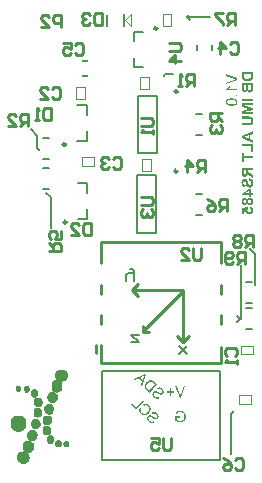
<source format=gbo>
G04 Layer_Color=32896*
%FSLAX25Y25*%
%MOIN*%
G70*
G01*
G75*
%ADD32C,0.00300*%
%ADD34C,0.00787*%
%ADD57C,0.00984*%
%ADD58C,0.00630*%
%ADD59C,0.00394*%
%ADD60C,0.00591*%
%ADD61C,0.01000*%
%ADD62R,0.02000X0.01000*%
%ADD63R,0.01000X0.02000*%
G36*
X246690Y180255D02*
X246783Y180245D01*
X246876Y180223D01*
X246957Y180195D01*
X247039Y180168D01*
X247110Y180135D01*
X247176Y180097D01*
X247236Y180059D01*
X247285Y180021D01*
X247334Y179982D01*
X247372Y179950D01*
X247405Y179922D01*
X247432Y179895D01*
X247449Y179873D01*
X247460Y179862D01*
X247465Y179857D01*
X247514Y179791D01*
X247552Y179720D01*
X247591Y179649D01*
X247618Y179578D01*
X247667Y179436D01*
X247700Y179300D01*
X247711Y179234D01*
X247716Y179180D01*
X247722Y179131D01*
X247727Y179087D01*
X247733Y179049D01*
Y179021D01*
Y179005D01*
Y179000D01*
X247727Y178896D01*
X247716Y178803D01*
X247700Y178710D01*
X247684Y178623D01*
X247656Y178546D01*
X247629Y178475D01*
X247602Y178404D01*
X247569Y178344D01*
X247536Y178290D01*
X247509Y178246D01*
X247481Y178202D01*
X247454Y178170D01*
X247438Y178142D01*
X247422Y178126D01*
X247410Y178115D01*
X247405Y178110D01*
X247340Y178050D01*
X247274Y178000D01*
X247203Y177951D01*
X247132Y177913D01*
X247061Y177880D01*
X246990Y177853D01*
X246854Y177815D01*
X246794Y177798D01*
X246739Y177787D01*
X246684Y177782D01*
X246641Y177777D01*
X246603Y177771D01*
X246553D01*
X246439Y177777D01*
X246335Y177798D01*
X246237Y177820D01*
X246155Y177853D01*
X246089Y177880D01*
X246040Y177908D01*
X246007Y177929D01*
X245996Y177935D01*
X245909Y178000D01*
X245833Y178077D01*
X245767Y178159D01*
X245718Y178235D01*
X245674Y178306D01*
X245641Y178361D01*
X245631Y178383D01*
X245625Y178399D01*
X245620Y178410D01*
Y178415D01*
X245576Y178328D01*
X245527Y178252D01*
X245478Y178186D01*
X245423Y178131D01*
X245379Y178088D01*
X245341Y178060D01*
X245319Y178039D01*
X245308Y178033D01*
X245227Y177984D01*
X245145Y177951D01*
X245068Y177924D01*
X244997Y177908D01*
X244932Y177897D01*
X244883Y177891D01*
X244839D01*
X244762Y177897D01*
X244686Y177902D01*
X244549Y177940D01*
X244435Y177984D01*
X244331Y178039D01*
X244249Y178099D01*
X244216Y178121D01*
X244189Y178142D01*
X244167Y178164D01*
X244151Y178181D01*
X244145Y178186D01*
X244140Y178191D01*
X244091Y178252D01*
X244047Y178312D01*
X244009Y178383D01*
X243976Y178448D01*
X243927Y178590D01*
X243894Y178727D01*
X243883Y178787D01*
X243878Y178847D01*
X243872Y178896D01*
X243867Y178945D01*
X243862Y178978D01*
Y179010D01*
Y179027D01*
Y179032D01*
X243867Y179131D01*
X243872Y179223D01*
X243889Y179311D01*
X243905Y179393D01*
X243927Y179469D01*
X243949Y179540D01*
X243976Y179600D01*
X243998Y179655D01*
X244025Y179709D01*
X244053Y179753D01*
X244075Y179786D01*
X244096Y179819D01*
X244113Y179840D01*
X244129Y179857D01*
X244134Y179868D01*
X244140Y179873D01*
X244195Y179922D01*
X244249Y179972D01*
X244309Y180010D01*
X244364Y180042D01*
X244484Y180097D01*
X244593Y180130D01*
X244691Y180152D01*
X244735Y180157D01*
X244768Y180163D01*
X244801Y180168D01*
X244839D01*
X244932Y180163D01*
X245014Y180146D01*
X245095Y180130D01*
X245161Y180103D01*
X245221Y180081D01*
X245259Y180064D01*
X245287Y180048D01*
X245298Y180042D01*
X245369Y179988D01*
X245434Y179922D01*
X245489Y179857D01*
X245538Y179786D01*
X245570Y179726D01*
X245598Y179677D01*
X245614Y179644D01*
X245620Y179638D01*
Y179633D01*
X245680Y179748D01*
X245740Y179846D01*
X245805Y179928D01*
X245871Y179993D01*
X245931Y180048D01*
X245975Y180086D01*
X246007Y180108D01*
X246013Y180113D01*
X246018D01*
X246116Y180163D01*
X246215Y180201D01*
X246313Y180223D01*
X246400Y180245D01*
X246471Y180255D01*
X246532Y180261D01*
X246586D01*
X246690Y180255D01*
D02*
G37*
G36*
X246788Y177285D02*
X246870Y177269D01*
X247017Y177214D01*
X247148Y177154D01*
X247203Y177121D01*
X247258Y177083D01*
X247301Y177050D01*
X247340Y177023D01*
X247372Y176990D01*
X247405Y176969D01*
X247427Y176947D01*
X247443Y176930D01*
X247449Y176919D01*
X247454Y176914D01*
X247503Y176848D01*
X247547Y176783D01*
X247585Y176712D01*
X247613Y176641D01*
X247667Y176493D01*
X247700Y176362D01*
X247711Y176297D01*
X247716Y176242D01*
X247722Y176188D01*
X247727Y176144D01*
X247733Y176106D01*
Y176078D01*
Y176062D01*
Y176057D01*
X247727Y175936D01*
X247711Y175822D01*
X247689Y175718D01*
X247656Y175620D01*
X247618Y175527D01*
X247574Y175445D01*
X247531Y175369D01*
X247481Y175298D01*
X247438Y175238D01*
X247394Y175183D01*
X247351Y175134D01*
X247312Y175096D01*
X247280Y175068D01*
X247258Y175047D01*
X247241Y175036D01*
X247236Y175030D01*
X247165Y174981D01*
X247094Y174937D01*
X247023Y174905D01*
X246946Y174872D01*
X246804Y174823D01*
X246673Y174790D01*
X246619Y174779D01*
X246564Y174774D01*
X246515Y174763D01*
X246471D01*
X246439Y174757D01*
X246395D01*
X246291Y174763D01*
X246193Y174774D01*
X246100Y174790D01*
X246013Y174812D01*
X245936Y174834D01*
X245860Y174866D01*
X245789Y174894D01*
X245729Y174926D01*
X245674Y174959D01*
X245625Y174987D01*
X245581Y175019D01*
X245549Y175041D01*
X245521Y175063D01*
X245499Y175079D01*
X245489Y175090D01*
X245483Y175096D01*
X245423Y175161D01*
X245369Y175227D01*
X245319Y175298D01*
X245276Y175369D01*
X245243Y175434D01*
X245216Y175505D01*
X245172Y175631D01*
X245156Y175691D01*
X245145Y175745D01*
X245139Y175795D01*
X245134Y175833D01*
X245128Y175865D01*
Y175893D01*
Y175909D01*
Y175915D01*
X245134Y176007D01*
X245150Y176100D01*
X245166Y176182D01*
X245188Y176259D01*
X245216Y176319D01*
X245232Y176368D01*
X245248Y176401D01*
X245254Y176406D01*
Y176411D01*
X244610Y176297D01*
Y174926D01*
X243933D01*
Y176843D01*
X245904Y177214D01*
X245986Y176630D01*
X245936Y176581D01*
X245893Y176532D01*
X245854Y176482D01*
X245822Y176433D01*
X245773Y176341D01*
X245740Y176253D01*
X245723Y176177D01*
X245712Y176122D01*
X245707Y176100D01*
Y176084D01*
Y176073D01*
Y176068D01*
X245712Y175980D01*
X245734Y175898D01*
X245762Y175827D01*
X245794Y175767D01*
X245833Y175724D01*
X245860Y175685D01*
X245882Y175663D01*
X245887Y175658D01*
X245958Y175603D01*
X246040Y175565D01*
X246127Y175538D01*
X246215Y175522D01*
X246291Y175505D01*
X246351Y175500D01*
X246411D01*
X246542Y175505D01*
X246657Y175522D01*
X246750Y175549D01*
X246826Y175576D01*
X246892Y175609D01*
X246936Y175631D01*
X246957Y175653D01*
X246968Y175658D01*
X247028Y175718D01*
X247077Y175784D01*
X247110Y175849D01*
X247132Y175909D01*
X247143Y175964D01*
X247148Y176007D01*
X247154Y176035D01*
Y176046D01*
X247148Y176117D01*
X247132Y176188D01*
X247110Y176248D01*
X247083Y176297D01*
X247056Y176341D01*
X247034Y176373D01*
X247017Y176395D01*
X247012Y176401D01*
X246952Y176450D01*
X246892Y176493D01*
X246826Y176526D01*
X246766Y176548D01*
X246712Y176564D01*
X246662Y176575D01*
X246635Y176581D01*
X246624D01*
X246701Y177302D01*
X246788Y177285D01*
D02*
G37*
G36*
X220327Y115726D02*
X221354D01*
Y115295D01*
X220327D01*
Y114257D01*
X219890D01*
Y115295D01*
X218864D01*
Y115726D01*
X219890D01*
Y116753D01*
X220327D01*
Y115726D01*
D02*
G37*
G36*
X246903Y181762D02*
X247662D01*
Y181063D01*
X246903D01*
Y180594D01*
X246269D01*
Y181063D01*
X243867D01*
Y181675D01*
X246275Y183313D01*
X246903D01*
Y181762D01*
D02*
G37*
G36*
X244522Y194200D02*
X247662D01*
Y193436D01*
X244522D01*
Y192322D01*
X243883D01*
Y195319D01*
X244522D01*
Y194200D01*
D02*
G37*
G36*
X247662Y189592D02*
X246084D01*
Y189439D01*
Y189346D01*
X246089Y189270D01*
X246095Y189204D01*
X246106Y189150D01*
X246111Y189106D01*
X246122Y189079D01*
X246127Y189062D01*
Y189057D01*
X246149Y189013D01*
X246171Y188970D01*
X246198Y188931D01*
X246220Y188893D01*
X246248Y188866D01*
X246269Y188844D01*
X246280Y188833D01*
X246286Y188828D01*
X246313Y188806D01*
X246340Y188778D01*
X246422Y188718D01*
X246510Y188653D01*
X246608Y188582D01*
X246695Y188522D01*
X246739Y188495D01*
X246772Y188473D01*
X246799Y188451D01*
X246821Y188434D01*
X246837Y188429D01*
X246843Y188424D01*
X247662Y187878D01*
Y186960D01*
X246925Y187424D01*
X246848Y187473D01*
X246772Y187523D01*
X246706Y187566D01*
X246646Y187610D01*
X246591Y187648D01*
X246537Y187681D01*
X246455Y187747D01*
X246390Y187796D01*
X246346Y187828D01*
X246319Y187856D01*
X246313Y187861D01*
X246248Y187921D01*
X246187Y187992D01*
X246138Y188058D01*
X246089Y188123D01*
X246051Y188178D01*
X246024Y188222D01*
X246002Y188254D01*
X245996Y188260D01*
Y188265D01*
X245980Y188172D01*
X245958Y188091D01*
X245936Y188014D01*
X245909Y187938D01*
X245882Y187872D01*
X245854Y187812D01*
X245827Y187752D01*
X245794Y187703D01*
X245767Y187659D01*
X245740Y187621D01*
X245712Y187588D01*
X245691Y187566D01*
X245674Y187545D01*
X245658Y187528D01*
X245652Y187523D01*
X245647Y187517D01*
X245592Y187473D01*
X245538Y187435D01*
X245418Y187370D01*
X245303Y187326D01*
X245188Y187299D01*
X245090Y187277D01*
X245052Y187271D01*
X245014D01*
X244986Y187266D01*
X244943D01*
X244823Y187271D01*
X244708Y187293D01*
X244610Y187321D01*
X244522Y187348D01*
X244451Y187381D01*
X244397Y187408D01*
X244380Y187419D01*
X244364Y187430D01*
X244358Y187435D01*
X244353D01*
X244260Y187501D01*
X244184Y187572D01*
X244124Y187643D01*
X244069Y187714D01*
X244036Y187779D01*
X244009Y187828D01*
X243993Y187861D01*
X243987Y187867D01*
Y187872D01*
X243971Y187927D01*
X243954Y187987D01*
X243927Y188123D01*
X243911Y188271D01*
X243894Y188413D01*
Y188484D01*
X243889Y188544D01*
Y188604D01*
X243883Y188653D01*
Y188691D01*
Y188724D01*
Y188746D01*
Y188751D01*
Y190356D01*
X247662D01*
Y189592D01*
D02*
G37*
G36*
X246548Y186731D02*
X246657Y186709D01*
X246761Y186676D01*
X246854Y186649D01*
X246941Y186611D01*
X247023Y186573D01*
X247094Y186534D01*
X247159Y186496D01*
X247214Y186458D01*
X247263Y186420D01*
X247307Y186387D01*
X247345Y186354D01*
X247372Y186332D01*
X247389Y186311D01*
X247400Y186300D01*
X247405Y186294D01*
X247465Y186218D01*
X247514Y186136D01*
X247558Y186048D01*
X247596Y185956D01*
X247623Y185868D01*
X247651Y185775D01*
X247689Y185595D01*
X247705Y185513D01*
X247716Y185437D01*
X247722Y185371D01*
X247727Y185311D01*
X247733Y185262D01*
Y185224D01*
Y185197D01*
Y185191D01*
X247727Y185017D01*
X247711Y184858D01*
X247689Y184716D01*
X247678Y184656D01*
X247662Y184596D01*
X247651Y184547D01*
X247640Y184503D01*
X247629Y184465D01*
X247618Y184432D01*
X247607Y184405D01*
X247602Y184389D01*
X247596Y184378D01*
Y184372D01*
X247536Y184252D01*
X247471Y184154D01*
X247405Y184061D01*
X247334Y183990D01*
X247274Y183935D01*
X247219Y183892D01*
X247187Y183870D01*
X247181Y183859D01*
X247176D01*
X247067Y183799D01*
X246963Y183750D01*
X246859Y183717D01*
X246761Y183695D01*
X246684Y183684D01*
X246646Y183679D01*
X246619Y183673D01*
X246564D01*
X246433Y183679D01*
X246319Y183695D01*
X246215Y183722D01*
X246127Y183750D01*
X246057Y183777D01*
X246007Y183804D01*
X245975Y183821D01*
X245964Y183826D01*
X245876Y183886D01*
X245800Y183957D01*
X245734Y184028D01*
X245680Y184094D01*
X245636Y184154D01*
X245603Y184203D01*
X245581Y184236D01*
X245576Y184241D01*
Y184247D01*
X245549Y184301D01*
X245521Y184356D01*
X245472Y184487D01*
X245429Y184623D01*
X245385Y184754D01*
X245369Y184815D01*
X245352Y184874D01*
X245336Y184929D01*
X245325Y184973D01*
X245314Y185011D01*
X245308Y185038D01*
X245303Y185060D01*
Y185066D01*
X245276Y185164D01*
X245254Y185251D01*
X245232Y185333D01*
X245210Y185410D01*
X245188Y185470D01*
X245166Y185530D01*
X245145Y185579D01*
X245128Y185623D01*
X245112Y185661D01*
X245095Y185688D01*
X245085Y185715D01*
X245074Y185732D01*
X245057Y185759D01*
X245052Y185765D01*
X245014Y185803D01*
X244975Y185830D01*
X244937Y185846D01*
X244899Y185857D01*
X244872Y185868D01*
X244844Y185874D01*
X244823D01*
X244768Y185868D01*
X244724Y185857D01*
X244681Y185836D01*
X244648Y185814D01*
X244620Y185792D01*
X244604Y185770D01*
X244593Y185759D01*
X244588Y185754D01*
X244539Y185677D01*
X244506Y185595D01*
X244479Y185508D01*
X244462Y185426D01*
X244451Y185355D01*
X244446Y185295D01*
Y185273D01*
Y185257D01*
Y185246D01*
Y185240D01*
X244451Y185126D01*
X244468Y185027D01*
X244489Y184945D01*
X244511Y184880D01*
X244533Y184825D01*
X244555Y184787D01*
X244571Y184765D01*
X244577Y184760D01*
X244631Y184705D01*
X244697Y184656D01*
X244762Y184618D01*
X244833Y184591D01*
X244894Y184569D01*
X244943Y184558D01*
X244981Y184547D01*
X244992D01*
X244965Y183782D01*
X244866Y183788D01*
X244779Y183804D01*
X244691Y183826D01*
X244615Y183853D01*
X244539Y183881D01*
X244468Y183914D01*
X244408Y183946D01*
X244348Y183979D01*
X244298Y184017D01*
X244255Y184050D01*
X244216Y184083D01*
X244184Y184110D01*
X244162Y184132D01*
X244145Y184148D01*
X244134Y184159D01*
X244129Y184165D01*
X244075Y184236D01*
X244025Y184312D01*
X243982Y184394D01*
X243943Y184481D01*
X243916Y184569D01*
X243889Y184656D01*
X243851Y184831D01*
X243840Y184913D01*
X243829Y184984D01*
X243823Y185055D01*
X243818Y185115D01*
X243812Y185164D01*
Y185197D01*
Y185219D01*
Y185229D01*
X243818Y185388D01*
X243834Y185530D01*
X243856Y185655D01*
X243878Y185765D01*
X243894Y185814D01*
X243905Y185857D01*
X243916Y185890D01*
X243927Y185923D01*
X243938Y185945D01*
X243943Y185961D01*
X243949Y185972D01*
Y185977D01*
X244004Y186087D01*
X244064Y186179D01*
X244129Y186261D01*
X244189Y186327D01*
X244244Y186381D01*
X244287Y186414D01*
X244320Y186442D01*
X244326Y186447D01*
X244331D01*
X244424Y186502D01*
X244522Y186540D01*
X244615Y186567D01*
X244697Y186583D01*
X244768Y186594D01*
X244823Y186605D01*
X244872D01*
X244953Y186600D01*
X245035Y186589D01*
X245106Y186573D01*
X245177Y186551D01*
X245308Y186496D01*
X245423Y186431D01*
X245472Y186403D01*
X245511Y186371D01*
X245549Y186343D01*
X245581Y186316D01*
X245603Y186294D01*
X245620Y186278D01*
X245631Y186267D01*
X245636Y186261D01*
X245674Y186212D01*
X245712Y186152D01*
X245751Y186092D01*
X245783Y186021D01*
X245849Y185885D01*
X245904Y185743D01*
X245925Y185672D01*
X245947Y185612D01*
X245964Y185552D01*
X245980Y185502D01*
X245991Y185464D01*
X246002Y185431D01*
X246007Y185410D01*
Y185404D01*
X246029Y185317D01*
X246051Y185240D01*
X246067Y185169D01*
X246084Y185104D01*
X246100Y185049D01*
X246111Y185000D01*
X246127Y184956D01*
X246138Y184918D01*
X246144Y184885D01*
X246155Y184858D01*
X246166Y184820D01*
X246177Y184798D01*
Y184793D01*
X246204Y184722D01*
X246231Y184667D01*
X246258Y184618D01*
X246286Y184580D01*
X246308Y184552D01*
X246324Y184536D01*
X246335Y184525D01*
X246340Y184520D01*
X246379Y184492D01*
X246417Y184470D01*
X246455Y184460D01*
X246488Y184449D01*
X246521Y184443D01*
X246548Y184438D01*
X246570D01*
X246646Y184443D01*
X246712Y184465D01*
X246777Y184498D01*
X246832Y184530D01*
X246876Y184569D01*
X246908Y184596D01*
X246930Y184618D01*
X246936Y184629D01*
X246985Y184705D01*
X247023Y184793D01*
X247050Y184885D01*
X247067Y184973D01*
X247077Y185055D01*
X247088Y185120D01*
Y185148D01*
Y185164D01*
Y185175D01*
Y185180D01*
X247083Y185306D01*
X247061Y185415D01*
X247034Y185508D01*
X247001Y185590D01*
X246968Y185655D01*
X246941Y185699D01*
X246919Y185726D01*
X246914Y185737D01*
X246837Y185808D01*
X246755Y185863D01*
X246662Y185912D01*
X246570Y185945D01*
X246488Y185972D01*
X246422Y185994D01*
X246400Y185999D01*
X246379D01*
X246368Y186005D01*
X246362D01*
X246433Y186747D01*
X246548Y186731D01*
D02*
G37*
G36*
X223685Y113646D02*
X223161D01*
X221687Y117424D01*
X222194D01*
X223221Y114678D01*
X223265Y114563D01*
X223303Y114454D01*
X223336Y114350D01*
X223363Y114257D01*
X223390Y114175D01*
X223407Y114115D01*
X223412Y114093D01*
X223417Y114077D01*
X223423Y114066D01*
Y114061D01*
X223488Y114279D01*
X223521Y114383D01*
X223554Y114476D01*
X223581Y114558D01*
X223592Y114590D01*
X223598Y114623D01*
X223609Y114645D01*
X223614Y114661D01*
X223620Y114672D01*
Y114678D01*
X224602Y117424D01*
X225148D01*
X223685Y113646D01*
D02*
G37*
G36*
X212096Y121277D02*
X210639Y117505D01*
X210245Y117859D01*
X210708Y118985D01*
X209531Y120045D01*
X208435Y119489D01*
X208013Y119869D01*
X211690Y121643D01*
X212096Y121277D01*
D02*
G37*
G36*
X213558Y119483D02*
X213581Y119484D01*
X213589Y119484D01*
X213597Y119485D01*
X213709Y119479D01*
X213815Y119457D01*
X213917Y119432D01*
X214007Y119402D01*
X214082Y119371D01*
X214138Y119343D01*
X214161Y119336D01*
X214174Y119326D01*
X214185Y119322D01*
X214189Y119319D01*
X214269Y119269D01*
X214361Y119208D01*
X214450Y119143D01*
X214535Y119074D01*
X214611Y119012D01*
X214644Y118983D01*
X214672Y118957D01*
X214692Y118939D01*
X214709Y118924D01*
X214721Y118913D01*
X214725Y118910D01*
X215691Y118040D01*
X213162Y115233D01*
X212152Y116142D01*
X212063Y116230D01*
X211981Y116311D01*
X211911Y116389D01*
X211854Y116455D01*
X211804Y116515D01*
X211767Y116555D01*
X211759Y116570D01*
X211750Y116585D01*
X211746Y116589D01*
X211742Y116592D01*
X211687Y116678D01*
X211644Y116761D01*
X211606Y116833D01*
X211579Y116901D01*
X211557Y116958D01*
X211543Y116999D01*
X211538Y117026D01*
X211533Y117038D01*
X211513Y117122D01*
X211509Y117207D01*
X211501Y117287D01*
X211501Y117361D01*
X211501Y117426D01*
X211502Y117477D01*
X211504Y117512D01*
X211508Y117523D01*
X211526Y117625D01*
X211547Y117730D01*
X211573Y117824D01*
X211607Y117911D01*
X211634Y117990D01*
X211658Y118049D01*
X211668Y118069D01*
X211675Y118085D01*
X211679Y118097D01*
X211682Y118101D01*
X211746Y118220D01*
X211813Y118336D01*
X211885Y118440D01*
X211953Y118540D01*
X212018Y118621D01*
X212048Y118654D01*
X212069Y118686D01*
X212087Y118706D01*
X212106Y118726D01*
X212113Y118734D01*
X212117Y118738D01*
X212245Y118873D01*
X212370Y118988D01*
X212493Y119083D01*
X212548Y119128D01*
X212601Y119162D01*
X212653Y119196D01*
X212694Y119225D01*
X212732Y119250D01*
X212769Y119267D01*
X212795Y119288D01*
X212818Y119297D01*
X212829Y119301D01*
X212833Y119306D01*
X212973Y119371D01*
X213109Y119417D01*
X213239Y119447D01*
X213354Y119468D01*
X213454Y119481D01*
X213531Y119485D01*
X213558Y119483D01*
D02*
G37*
G36*
X216446Y117051D02*
X216544Y117037D01*
X216629Y117026D01*
X216688Y117010D01*
X216711Y117004D01*
X216731Y117001D01*
X216743Y116998D01*
X216747Y116994D01*
X216865Y116946D01*
X216985Y116883D01*
X217092Y116823D01*
X217188Y116758D01*
X217273Y116697D01*
X217301Y116671D01*
X217333Y116650D01*
X217354Y116631D01*
X217374Y116613D01*
X217382Y116606D01*
X217386Y116602D01*
X217488Y116503D01*
X217570Y116407D01*
X217645Y116310D01*
X217707Y116225D01*
X217754Y116154D01*
X217775Y116120D01*
X217788Y116094D01*
X217796Y116071D01*
X217805Y116056D01*
X217810Y116044D01*
X217814Y116041D01*
X217858Y115927D01*
X217891Y115817D01*
X217908Y115713D01*
X217917Y115625D01*
X217917Y115551D01*
X217916Y115493D01*
X217914Y115451D01*
X217915Y115443D01*
X217911Y115439D01*
X217889Y115333D01*
X217856Y115239D01*
X217814Y115152D01*
X217771Y115080D01*
X217732Y115020D01*
X217703Y114972D01*
X217689Y114955D01*
X217678Y114943D01*
X217674Y114939D01*
X217670Y114935D01*
X217604Y114870D01*
X217534Y114816D01*
X217463Y114770D01*
X217399Y114732D01*
X217346Y114706D01*
X217301Y114688D01*
X217270Y114678D01*
X217259Y114674D01*
X217167Y114654D01*
X217071Y114645D01*
X216982Y114644D01*
X216900Y114651D01*
X216831Y114655D01*
X216776Y114668D01*
X216737Y114674D01*
X216729Y114673D01*
X216725Y114677D01*
X216678Y114690D01*
X216627Y114707D01*
X216520Y114751D01*
X216401Y114807D01*
X216286Y114859D01*
X216183Y114908D01*
X216140Y114932D01*
X216100Y114953D01*
X216068Y114967D01*
X216044Y114981D01*
X216028Y114988D01*
X216024Y114992D01*
X215941Y115038D01*
X215861Y115080D01*
X215790Y115115D01*
X215730Y115147D01*
X215671Y115178D01*
X215619Y115203D01*
X215575Y115227D01*
X215536Y115241D01*
X215500Y115258D01*
X215476Y115273D01*
X215433Y115290D01*
X215409Y115304D01*
X215401Y115303D01*
X215318Y115334D01*
X215240Y115353D01*
X215170Y115365D01*
X215115Y115370D01*
X215065Y115371D01*
X215034Y115369D01*
X215011Y115368D01*
X215003Y115368D01*
X214942Y115357D01*
X214885Y115334D01*
X214837Y115305D01*
X214795Y115283D01*
X214762Y115254D01*
X214736Y115234D01*
X214718Y115214D01*
X214714Y115209D01*
X214674Y115157D01*
X214642Y115105D01*
X214618Y115054D01*
X214605Y115006D01*
X214592Y114960D01*
X214586Y114928D01*
X214579Y114905D01*
X214580Y114897D01*
X214576Y114827D01*
X214587Y114758D01*
X214602Y114693D01*
X214613Y114632D01*
X214635Y114583D01*
X214649Y114541D01*
X214662Y114515D01*
X214666Y114503D01*
X214709Y114428D01*
X214759Y114354D01*
X214816Y114287D01*
X214866Y114228D01*
X214911Y114180D01*
X214948Y114139D01*
X214964Y114125D01*
X214976Y114114D01*
X214980Y114110D01*
X214984Y114106D01*
X215077Y114030D01*
X215166Y113965D01*
X215250Y113911D01*
X215329Y113869D01*
X215397Y113838D01*
X215448Y113814D01*
X215464Y113807D01*
X215480Y113800D01*
X215488Y113800D01*
X215492Y113796D01*
X215586Y113770D01*
X215680Y113752D01*
X215757Y113749D01*
X215830Y113749D01*
X215889Y113748D01*
X215934Y113758D01*
X215961Y113763D01*
X215969Y113764D01*
X216045Y113791D01*
X216124Y113822D01*
X216195Y113868D01*
X216259Y113906D01*
X216319Y113948D01*
X216360Y113977D01*
X216374Y113994D01*
X216389Y114002D01*
X216393Y114006D01*
X216397Y114010D01*
X216717Y113664D01*
X216617Y113569D01*
X216513Y113487D01*
X216412Y113423D01*
X216314Y113372D01*
X216231Y113337D01*
X216197Y113323D01*
X216171Y113310D01*
X216144Y113305D01*
X216129Y113296D01*
X216113Y113296D01*
X216110Y113292D01*
X215979Y113269D01*
X215852Y113259D01*
X215732Y113264D01*
X215623Y113274D01*
X215534Y113288D01*
X215463Y113308D01*
X215440Y113314D01*
X215420Y113317D01*
X215408Y113321D01*
X215404Y113324D01*
X215270Y113379D01*
X215139Y113446D01*
X215019Y113524D01*
X214903Y113599D01*
X214850Y113639D01*
X214806Y113672D01*
X214770Y113705D01*
X214734Y113730D01*
X214705Y113755D01*
X214685Y113774D01*
X214673Y113785D01*
X214669Y113788D01*
X214563Y113891D01*
X214472Y113994D01*
X214397Y114099D01*
X214338Y114188D01*
X214288Y114263D01*
X214271Y114301D01*
X214254Y114331D01*
X214245Y114354D01*
X214236Y114369D01*
X214232Y114380D01*
X214228Y114384D01*
X214183Y114505D01*
X214153Y114620D01*
X214136Y114731D01*
X214127Y114827D01*
X214123Y114904D01*
X214127Y114966D01*
X214129Y115009D01*
X214129Y115016D01*
X214132Y115020D01*
X214157Y115138D01*
X214191Y115240D01*
X214232Y115327D01*
X214275Y115407D01*
X214318Y115471D01*
X214350Y115523D01*
X214364Y115539D01*
X214375Y115551D01*
X214379Y115555D01*
X214383Y115559D01*
X214460Y115637D01*
X214541Y115703D01*
X214624Y115754D01*
X214695Y115792D01*
X214763Y115819D01*
X214812Y115841D01*
X214847Y115847D01*
X214858Y115851D01*
X214962Y115868D01*
X215070Y115874D01*
X215174Y115868D01*
X215275Y115857D01*
X215357Y115842D01*
X215424Y115826D01*
X215447Y115820D01*
X215467Y115817D01*
X215479Y115814D01*
X215483Y115810D01*
X215530Y115797D01*
X215581Y115773D01*
X215641Y115749D01*
X215704Y115721D01*
X215831Y115658D01*
X215962Y115592D01*
X216022Y115560D01*
X216077Y115532D01*
X216133Y115504D01*
X216177Y115479D01*
X216212Y115462D01*
X216240Y115444D01*
X216260Y115434D01*
X216264Y115430D01*
X216364Y115377D01*
X216451Y115328D01*
X216535Y115289D01*
X216606Y115254D01*
X216677Y115227D01*
X216736Y115203D01*
X216792Y115183D01*
X216839Y115162D01*
X216882Y115153D01*
X216917Y115143D01*
X216941Y115137D01*
X216968Y115134D01*
X216999Y115128D01*
X217007Y115129D01*
X217080Y115136D01*
X217141Y115155D01*
X217198Y115177D01*
X217246Y115207D01*
X217284Y115232D01*
X217313Y115257D01*
X217328Y115273D01*
X217335Y115281D01*
X217386Y115353D01*
X217421Y115425D01*
X217440Y115495D01*
X217452Y115566D01*
X217457Y115620D01*
X217458Y115670D01*
X217456Y115701D01*
X217452Y115712D01*
X217438Y115762D01*
X217424Y115812D01*
X217376Y115913D01*
X217313Y116007D01*
X217246Y116096D01*
X217180Y116170D01*
X217152Y116203D01*
X217131Y116229D01*
X217107Y116251D01*
X217090Y116266D01*
X217078Y116277D01*
X217074Y116280D01*
X216957Y116379D01*
X216841Y116454D01*
X216738Y116502D01*
X216647Y116540D01*
X216572Y116563D01*
X216510Y116576D01*
X216475Y116577D01*
X216463Y116581D01*
X216355Y116575D01*
X216256Y116554D01*
X216161Y116522D01*
X216078Y116479D01*
X216007Y116433D01*
X215954Y116400D01*
X215932Y116383D01*
X215917Y116374D01*
X215910Y116366D01*
X215906Y116362D01*
X215575Y116712D01*
X215663Y116794D01*
X215757Y116857D01*
X215846Y116916D01*
X215933Y116955D01*
X216005Y116986D01*
X216062Y117008D01*
X216081Y117013D01*
X216100Y117018D01*
X216108Y117018D01*
X216111Y117022D01*
X216226Y117044D01*
X216338Y117054D01*
X216446Y117051D01*
D02*
G37*
G36*
X214802Y108867D02*
X214898Y108847D01*
X214983Y108832D01*
X215041Y108813D01*
X215065Y108805D01*
X215084Y108801D01*
X215095Y108797D01*
X215099Y108793D01*
X215215Y108739D01*
X215331Y108670D01*
X215435Y108604D01*
X215528Y108535D01*
X215609Y108469D01*
X215636Y108442D01*
X215667Y108419D01*
X215686Y108399D01*
X215705Y108380D01*
X215713Y108372D01*
X215717Y108369D01*
X215813Y108264D01*
X215891Y108164D01*
X215960Y108064D01*
X216018Y107975D01*
X216061Y107902D01*
X216080Y107867D01*
X216091Y107840D01*
X216099Y107817D01*
X216107Y107801D01*
X216111Y107790D01*
X216115Y107786D01*
X216153Y107670D01*
X216180Y107558D01*
X216192Y107454D01*
X216196Y107365D01*
X216192Y107291D01*
X216188Y107234D01*
X216184Y107191D01*
Y107183D01*
X216180Y107179D01*
X216153Y107075D01*
X216115Y106983D01*
X216068Y106898D01*
X216022Y106828D01*
X215980Y106770D01*
X215949Y106724D01*
X215933Y106709D01*
X215922Y106697D01*
X215918Y106693D01*
X215914Y106689D01*
X215844Y106627D01*
X215771Y106577D01*
X215698Y106535D01*
X215632Y106500D01*
X215578Y106477D01*
X215532Y106461D01*
X215501Y106454D01*
X215489Y106450D01*
X215396Y106434D01*
X215300Y106430D01*
X215211Y106434D01*
X215130Y106446D01*
X215061Y106454D01*
X215007Y106469D01*
X214968Y106477D01*
X214960D01*
X214956Y106481D01*
X214910Y106496D01*
X214860Y106516D01*
X214756Y106566D01*
X214640Y106627D01*
X214528Y106685D01*
X214427Y106739D01*
X214385Y106766D01*
X214346Y106790D01*
X214316Y106805D01*
X214292Y106820D01*
X214277Y106828D01*
X214273Y106832D01*
X214192Y106882D01*
X214115Y106929D01*
X214045Y106967D01*
X213987Y107002D01*
X213929Y107037D01*
X213879Y107064D01*
X213837Y107091D01*
X213798Y107106D01*
X213763Y107125D01*
X213740Y107141D01*
X213698Y107160D01*
X213675Y107176D01*
X213667D01*
X213586Y107210D01*
X213509Y107234D01*
X213439Y107249D01*
X213385Y107257D01*
X213335Y107261D01*
X213273D01*
X213211Y107253D01*
X213153Y107234D01*
X213103Y107207D01*
X213061Y107187D01*
X213026Y107160D01*
X212999Y107141D01*
X212980Y107122D01*
X212976Y107118D01*
X212933Y107068D01*
X212899Y107017D01*
X212872Y106967D01*
X212856Y106921D01*
X212841Y106875D01*
X212833Y106844D01*
X212825Y106820D01*
Y106813D01*
X212818Y106743D01*
X212825Y106674D01*
X212837Y106608D01*
X212845Y106546D01*
X212864Y106496D01*
X212876Y106454D01*
X212887Y106427D01*
X212891Y106415D01*
X212930Y106338D01*
X212976Y106261D01*
X213030Y106191D01*
X213076Y106129D01*
X213119Y106079D01*
X213153Y106037D01*
X213169Y106021D01*
X213180Y106010D01*
X213184Y106006D01*
X213188Y106002D01*
X213277Y105921D01*
X213362Y105851D01*
X213443Y105793D01*
X213520Y105747D01*
X213586Y105712D01*
X213636Y105685D01*
X213651Y105678D01*
X213667Y105670D01*
X213675D01*
X213679Y105666D01*
X213771Y105635D01*
X213864Y105612D01*
X213941Y105604D01*
X214014Y105601D01*
X214072Y105597D01*
X214119Y105604D01*
X214146Y105608D01*
X214153D01*
X214231Y105631D01*
X214312Y105658D01*
X214385Y105701D01*
X214451Y105736D01*
X214512Y105774D01*
X214555Y105801D01*
X214570Y105817D01*
X214586Y105824D01*
X214590Y105828D01*
X214594Y105832D01*
X214895Y105469D01*
X214790Y105380D01*
X214682Y105303D01*
X214578Y105245D01*
X214478Y105199D01*
X214393Y105168D01*
X214358Y105157D01*
X214331Y105145D01*
X214304Y105141D01*
X214288Y105133D01*
X214273D01*
X214269Y105129D01*
X214138Y105114D01*
X214011Y105110D01*
X213891Y105122D01*
X213783Y105137D01*
X213694Y105157D01*
X213624Y105180D01*
X213601Y105187D01*
X213582Y105191D01*
X213570Y105195D01*
X213566Y105199D01*
X213435Y105261D01*
X213308Y105334D01*
X213192Y105419D01*
X213080Y105500D01*
X213030Y105543D01*
X212987Y105577D01*
X212953Y105612D01*
X212918Y105639D01*
X212891Y105666D01*
X212872Y105685D01*
X212860Y105697D01*
X212856Y105701D01*
X212756Y105809D01*
X212671Y105917D01*
X212601Y106025D01*
X212547Y106118D01*
X212501Y106195D01*
X212486Y106234D01*
X212470Y106264D01*
X212462Y106288D01*
X212455Y106303D01*
X212451Y106315D01*
X212447Y106319D01*
X212408Y106442D01*
X212385Y106558D01*
X212373Y106670D01*
X212370Y106766D01*
Y106844D01*
X212377Y106905D01*
X212381Y106948D01*
Y106956D01*
X212385Y106959D01*
X212416Y107075D01*
X212455Y107176D01*
X212501Y107261D01*
X212547Y107338D01*
X212594Y107400D01*
X212628Y107450D01*
X212644Y107465D01*
X212655Y107477D01*
X212659Y107481D01*
X212663Y107484D01*
X212744Y107558D01*
X212829Y107620D01*
X212914Y107666D01*
X212987Y107701D01*
X213057Y107724D01*
X213107Y107743D01*
X213142Y107747D01*
X213153Y107751D01*
X213258Y107763D01*
X213366D01*
X213470Y107751D01*
X213570Y107736D01*
X213651Y107716D01*
X213717Y107697D01*
X213740Y107689D01*
X213760Y107685D01*
X213771Y107681D01*
X213775Y107678D01*
X213821Y107662D01*
X213872Y107635D01*
X213929Y107608D01*
X213991Y107577D01*
X214115Y107508D01*
X214242Y107434D01*
X214300Y107400D01*
X214354Y107369D01*
X214408Y107338D01*
X214451Y107311D01*
X214485Y107291D01*
X214512Y107272D01*
X214532Y107261D01*
X214536Y107257D01*
X214632Y107199D01*
X214717Y107145D01*
X214798Y107102D01*
X214868Y107064D01*
X214937Y107033D01*
X214995Y107006D01*
X215049Y106983D01*
X215095Y106959D01*
X215138Y106948D01*
X215173Y106936D01*
X215196Y106929D01*
X215223Y106925D01*
X215254Y106917D01*
X215261D01*
X215335Y106921D01*
X215396Y106936D01*
X215455Y106956D01*
X215505Y106983D01*
X215543Y107006D01*
X215574Y107029D01*
X215590Y107044D01*
X215597Y107052D01*
X215651Y107122D01*
X215690Y107191D01*
X215713Y107261D01*
X215729Y107330D01*
X215736Y107384D01*
X215740Y107434D01*
Y107465D01*
X215736Y107477D01*
X215725Y107527D01*
X215713Y107577D01*
X215671Y107681D01*
X215613Y107778D01*
X215551Y107871D01*
X215489Y107948D01*
X215462Y107983D01*
X215443Y108010D01*
X215420Y108033D01*
X215404Y108048D01*
X215393Y108060D01*
X215389Y108064D01*
X215277Y108168D01*
X215165Y108249D01*
X215065Y108303D01*
X214976Y108345D01*
X214902Y108372D01*
X214841Y108388D01*
X214806Y108392D01*
X214794Y108396D01*
X214686D01*
X214586Y108380D01*
X214489Y108353D01*
X214404Y108315D01*
X214331Y108272D01*
X214277Y108241D01*
X214254Y108226D01*
X214238Y108218D01*
X214231Y108210D01*
X214227Y108206D01*
X213914Y108573D01*
X214007Y108651D01*
X214103Y108708D01*
X214196Y108763D01*
X214285Y108797D01*
X214358Y108824D01*
X214416Y108844D01*
X214435Y108847D01*
X214455Y108851D01*
X214462D01*
X214466Y108855D01*
X214582Y108871D01*
X214694Y108874D01*
X214802Y108867D01*
D02*
G37*
G36*
X223591Y109328D02*
X223783Y109301D01*
X223870Y109284D01*
X223952Y109263D01*
X224028Y109246D01*
X224099Y109224D01*
X224165Y109202D01*
X224219Y109181D01*
X224269Y109159D01*
X224312Y109142D01*
X224345Y109126D01*
X224367Y109115D01*
X224383Y109110D01*
X224389Y109104D01*
X224465Y109055D01*
X224542Y109006D01*
X224673Y108891D01*
X224787Y108776D01*
X224880Y108656D01*
X224956Y108553D01*
X224984Y108509D01*
X225006Y108465D01*
X225027Y108433D01*
X225038Y108411D01*
X225044Y108394D01*
X225049Y108389D01*
X225126Y108209D01*
X225180Y108028D01*
X225224Y107854D01*
X225235Y107772D01*
X225251Y107695D01*
X225257Y107624D01*
X225268Y107564D01*
X225273Y107504D01*
Y107455D01*
X225279Y107417D01*
Y107390D01*
Y107368D01*
Y107362D01*
X225268Y107160D01*
X225240Y106969D01*
X225224Y106882D01*
X225208Y106800D01*
X225186Y106718D01*
X225164Y106647D01*
X225142Y106582D01*
X225120Y106527D01*
X225104Y106472D01*
X225088Y106434D01*
X225071Y106396D01*
X225060Y106374D01*
X225049Y106358D01*
Y106352D01*
X224951Y106194D01*
X224842Y106058D01*
X224727Y105937D01*
X224618Y105839D01*
X224514Y105763D01*
X224476Y105735D01*
X224438Y105708D01*
X224405Y105692D01*
X224383Y105675D01*
X224367Y105670D01*
X224361Y105664D01*
X224274Y105621D01*
X224187Y105588D01*
X224012Y105528D01*
X223843Y105490D01*
X223684Y105457D01*
X223613Y105451D01*
X223548Y105440D01*
X223488Y105435D01*
X223439D01*
X223400Y105430D01*
X223346D01*
X223193Y105435D01*
X223045Y105451D01*
X222909Y105479D01*
X222789Y105506D01*
X222740Y105517D01*
X222691Y105528D01*
X222647Y105544D01*
X222609Y105555D01*
X222581Y105566D01*
X222560Y105571D01*
X222549Y105577D01*
X222543D01*
X222396Y105637D01*
X222259Y105708D01*
X222128Y105784D01*
X222014Y105855D01*
X221965Y105888D01*
X221915Y105921D01*
X221877Y105948D01*
X221844Y105970D01*
X221817Y105992D01*
X221795Y106008D01*
X221784Y106014D01*
X221779Y106019D01*
Y107422D01*
X223384D01*
Y106975D01*
X222270D01*
Y106265D01*
X222336Y106210D01*
X222412Y106161D01*
X222494Y106117D01*
X222570Y106079D01*
X222636Y106047D01*
X222696Y106019D01*
X222718Y106008D01*
X222729Y106003D01*
X222740Y105997D01*
X222745D01*
X222860Y105959D01*
X222975Y105926D01*
X223078Y105905D01*
X223177Y105894D01*
X223258Y105883D01*
X223291D01*
X223324Y105877D01*
X223379D01*
X223515Y105883D01*
X223646Y105905D01*
X223766Y105932D01*
X223875Y105959D01*
X223963Y105992D01*
X224001Y106003D01*
X224028Y106014D01*
X224056Y106025D01*
X224072Y106036D01*
X224083Y106041D01*
X224088D01*
X224203Y106112D01*
X224307Y106188D01*
X224394Y106270D01*
X224465Y106352D01*
X224525Y106429D01*
X224563Y106489D01*
X224580Y106511D01*
X224585Y106527D01*
X224596Y106538D01*
Y106543D01*
X224651Y106680D01*
X224694Y106822D01*
X224722Y106964D01*
X224744Y107100D01*
X224749Y107160D01*
X224755Y107215D01*
X224760Y107270D01*
Y107313D01*
X224765Y107346D01*
Y107373D01*
Y107390D01*
Y107395D01*
X224760Y107548D01*
X224744Y107685D01*
X224722Y107816D01*
X224694Y107930D01*
X224683Y107979D01*
X224667Y108023D01*
X224656Y108061D01*
X224645Y108094D01*
X224634Y108121D01*
X224629Y108138D01*
X224623Y108149D01*
Y108154D01*
X224585Y108230D01*
X224547Y108301D01*
X224509Y108367D01*
X224471Y108422D01*
X224438Y108465D01*
X224411Y108503D01*
X224389Y108525D01*
X224383Y108531D01*
X224323Y108591D01*
X224258Y108645D01*
X224187Y108689D01*
X224121Y108733D01*
X224067Y108760D01*
X224023Y108788D01*
X223990Y108798D01*
X223979Y108804D01*
X223881Y108842D01*
X223783Y108869D01*
X223679Y108886D01*
X223586Y108902D01*
X223504Y108908D01*
X223471D01*
X223444Y108913D01*
X223384D01*
X223280Y108908D01*
X223182Y108897D01*
X223095Y108880D01*
X223018Y108864D01*
X222953Y108842D01*
X222904Y108826D01*
X222876Y108815D01*
X222865Y108809D01*
X222783Y108771D01*
X222712Y108727D01*
X222647Y108684D01*
X222598Y108640D01*
X222560Y108602D01*
X222527Y108574D01*
X222511Y108553D01*
X222505Y108547D01*
X222456Y108482D01*
X222418Y108405D01*
X222379Y108334D01*
X222347Y108258D01*
X222325Y108192D01*
X222308Y108143D01*
X222303Y108121D01*
X222298Y108105D01*
X222292Y108099D01*
Y108094D01*
X221839Y108214D01*
X221877Y108351D01*
X221926Y108471D01*
X221975Y108580D01*
X222019Y108667D01*
X222063Y108738D01*
X222095Y108788D01*
X222117Y108820D01*
X222128Y108831D01*
X222205Y108918D01*
X222287Y108990D01*
X222374Y109055D01*
X222456Y109110D01*
X222532Y109148D01*
X222592Y109181D01*
X222614Y109192D01*
X222631Y109197D01*
X222641Y109202D01*
X222647D01*
X222773Y109246D01*
X222904Y109279D01*
X223024Y109306D01*
X223138Y109323D01*
X223242Y109334D01*
X223286D01*
X223319Y109339D01*
X223493D01*
X223591Y109328D01*
D02*
G37*
G36*
X211420Y112573D02*
X208748Y109901D01*
X207077Y111573D01*
X207393Y111890D01*
X208710Y110573D01*
X211065Y112928D01*
X211420Y112573D01*
D02*
G37*
G36*
X212092Y111569D02*
X212103Y111565D01*
X212111D01*
X212200Y111546D01*
X212289Y111527D01*
X212370Y111500D01*
X212451Y111465D01*
X212601Y111384D01*
X212729Y111303D01*
X212790Y111264D01*
X212837Y111226D01*
X212883Y111187D01*
X212922Y111156D01*
X212953Y111133D01*
X212972Y111114D01*
X212987Y111098D01*
X212991Y111094D01*
X213111Y110959D01*
X213215Y110816D01*
X213300Y110685D01*
X213335Y110619D01*
X213366Y110558D01*
X213393Y110500D01*
X213416Y110446D01*
X213435Y110403D01*
X213455Y110361D01*
X213462Y110330D01*
X213470Y110307D01*
X213478Y110291D01*
Y110284D01*
X213516Y110114D01*
X213528Y109948D01*
Y109793D01*
X213516Y109651D01*
X213497Y109531D01*
X213486Y109481D01*
X213474Y109438D01*
X213470Y109403D01*
X213462Y109380D01*
X213455Y109365D01*
Y109357D01*
X213389Y109183D01*
X213304Y109021D01*
X213208Y108871D01*
X213115Y108739D01*
X213072Y108681D01*
X213026Y108627D01*
X212991Y108585D01*
X212953Y108546D01*
X212930Y108515D01*
X212906Y108492D01*
X212891Y108477D01*
X212887Y108473D01*
X212740Y108342D01*
X212590Y108222D01*
X212451Y108122D01*
X212377Y108079D01*
X212316Y108040D01*
X212258Y108006D01*
X212200Y107979D01*
X212150Y107952D01*
X212111Y107929D01*
X212076Y107917D01*
X212053Y107902D01*
X212034Y107898D01*
X212030Y107894D01*
X211856Y107836D01*
X211686Y107797D01*
X211528Y107778D01*
X211458D01*
X211393Y107774D01*
X211331D01*
X211273Y107778D01*
X211223Y107782D01*
X211184Y107790D01*
X211154D01*
X211126Y107793D01*
X211115Y107797D01*
X211107D01*
X211022Y107820D01*
X210941Y107847D01*
X210783Y107921D01*
X210636Y108006D01*
X210505Y108098D01*
X210443Y108145D01*
X210389Y108183D01*
X210343Y108222D01*
X210308Y108257D01*
X210273Y108284D01*
X210250Y108307D01*
X210235Y108322D01*
X210231Y108326D01*
X210157Y108407D01*
X210092Y108488D01*
X210030Y108566D01*
X209980Y108647D01*
X209937Y108728D01*
X209899Y108805D01*
X209864Y108878D01*
X209837Y108952D01*
X209814Y109013D01*
X209791Y109075D01*
X209779Y109125D01*
X209768Y109176D01*
X209764Y109210D01*
X209752Y109237D01*
Y109253D01*
Y109260D01*
X209744Y109361D01*
Y109453D01*
X209756Y109550D01*
X209768Y109647D01*
X209806Y109824D01*
X209860Y109986D01*
X209887Y110060D01*
X209914Y110125D01*
X209941Y110183D01*
X209964Y110230D01*
X209984Y110272D01*
X209999Y110303D01*
X210011Y110322D01*
X210015Y110326D01*
X210459Y110060D01*
X210412Y109983D01*
X210374Y109905D01*
X210339Y109832D01*
X210308Y109762D01*
X210285Y109693D01*
X210269Y109631D01*
X210258Y109565D01*
X210246Y109508D01*
X210235Y109457D01*
Y109411D01*
X210231Y109369D01*
X210227Y109334D01*
X210231Y109307D01*
Y109284D01*
Y109276D01*
Y109268D01*
X210239Y109199D01*
X210258Y109133D01*
X210300Y109006D01*
X210350Y108894D01*
X210412Y108793D01*
X210466Y108708D01*
X210490Y108677D01*
X210517Y108651D01*
X210536Y108624D01*
X210551Y108608D01*
X210559Y108600D01*
X210563Y108597D01*
X210655Y108511D01*
X210756Y108442D01*
X210852Y108384D01*
X210945Y108338D01*
X211022Y108307D01*
X211057Y108295D01*
X211084Y108284D01*
X211107Y108276D01*
X211126Y108272D01*
X211138Y108268D01*
X211142Y108264D01*
X211269Y108245D01*
X211389Y108241D01*
X211509Y108253D01*
X211613Y108272D01*
X211702Y108291D01*
X211771Y108315D01*
X211798Y108326D01*
X211818Y108330D01*
X211829Y108334D01*
X211833Y108338D01*
X211964Y108407D01*
X212088Y108484D01*
X212208Y108566D01*
X212312Y108647D01*
X212358Y108685D01*
X212401Y108720D01*
X212435Y108755D01*
X212466Y108778D01*
X212489Y108801D01*
X212509Y108820D01*
X212520Y108832D01*
X212524Y108836D01*
X212621Y108940D01*
X212706Y109040D01*
X212775Y109141D01*
X212837Y109233D01*
X212891Y109311D01*
X212910Y109345D01*
X212926Y109376D01*
X212941Y109399D01*
X212949Y109415D01*
X212953Y109426D01*
X212957Y109430D01*
X213007Y109558D01*
X213045Y109681D01*
X213065Y109793D01*
X213072Y109901D01*
X213076Y109990D01*
X213072Y110056D01*
X213065Y110102D01*
X213069Y110114D01*
X213065Y110118D01*
X213034Y110249D01*
X212984Y110376D01*
X212926Y110488D01*
X212860Y110585D01*
X212798Y110670D01*
X212771Y110704D01*
X212744Y110731D01*
X212729Y110755D01*
X212713Y110770D01*
X212702Y110782D01*
X212698Y110785D01*
X212597Y110878D01*
X212493Y110951D01*
X212397Y111002D01*
X212308Y111044D01*
X212231Y111067D01*
X212173Y111087D01*
X212134Y111094D01*
X212119D01*
X211999Y111098D01*
X211876Y111091D01*
X211760Y111067D01*
X211652Y111037D01*
X211559Y111006D01*
X211516Y110986D01*
X211486Y110971D01*
X211458Y110959D01*
X211435Y110951D01*
X211424Y110948D01*
X211420Y110944D01*
X211154Y111372D01*
X211246Y111419D01*
X211331Y111457D01*
X211420Y111484D01*
X211505Y111515D01*
X211586Y111535D01*
X211667Y111546D01*
X211744Y111562D01*
X211814Y111569D01*
X211876D01*
X211933Y111573D01*
X212065D01*
X212092Y111569D01*
D02*
G37*
G36*
X247662Y195598D02*
X247023D01*
Y197498D01*
X243911D01*
Y198262D01*
X247662D01*
Y195598D01*
D02*
G37*
G36*
X242405Y214084D02*
X241876D01*
Y214614D01*
X242405D01*
Y214084D01*
D02*
G37*
G36*
X247662Y212502D02*
X243883D01*
Y213266D01*
X247662D01*
Y212502D01*
D02*
G37*
G36*
Y217236D02*
Y217105D01*
Y216990D01*
Y216881D01*
X247656Y216788D01*
Y216701D01*
Y216624D01*
X247651Y216559D01*
Y216504D01*
Y216455D01*
X247645Y216417D01*
Y216384D01*
Y216362D01*
X247640Y216340D01*
Y216330D01*
Y216319D01*
X247623Y216210D01*
X247596Y216111D01*
X247569Y216024D01*
X247536Y215947D01*
X247509Y215887D01*
X247481Y215844D01*
X247465Y215816D01*
X247460Y215805D01*
X247400Y215729D01*
X247334Y215669D01*
X247274Y215609D01*
X247208Y215565D01*
X247154Y215527D01*
X247110Y215500D01*
X247083Y215483D01*
X247072Y215478D01*
X246979Y215440D01*
X246892Y215407D01*
X246804Y215385D01*
X246728Y215374D01*
X246662Y215363D01*
X246613Y215358D01*
X246570D01*
X246450Y215363D01*
X246340Y215385D01*
X246248Y215418D01*
X246160Y215451D01*
X246095Y215483D01*
X246045Y215516D01*
X246013Y215538D01*
X246002Y215543D01*
X245915Y215620D01*
X245844Y215702D01*
X245783Y215794D01*
X245740Y215876D01*
X245702Y215953D01*
X245674Y216018D01*
X245669Y216040D01*
X245663Y216057D01*
X245658Y216068D01*
Y216073D01*
X245609Y215986D01*
X245560Y215909D01*
X245499Y215844D01*
X245450Y215789D01*
X245401Y215751D01*
X245363Y215718D01*
X245336Y215696D01*
X245325Y215691D01*
X245237Y215642D01*
X245156Y215603D01*
X245074Y215582D01*
X244997Y215560D01*
X244932Y215549D01*
X244883Y215543D01*
X244839D01*
X244752Y215549D01*
X244664Y215560D01*
X244593Y215582D01*
X244528Y215603D01*
X244473Y215625D01*
X244429Y215647D01*
X244408Y215658D01*
X244397Y215664D01*
X244326Y215707D01*
X244266Y215756D01*
X244211Y215805D01*
X244162Y215849D01*
X244129Y215893D01*
X244102Y215926D01*
X244085Y215947D01*
X244080Y215953D01*
X244036Y216018D01*
X244004Y216089D01*
X243976Y216155D01*
X243954Y216215D01*
X243938Y216269D01*
X243927Y216308D01*
X243922Y216335D01*
Y216346D01*
X243911Y216439D01*
X243900Y216543D01*
X243894Y216652D01*
X243889Y216761D01*
X243883Y216859D01*
Y216903D01*
Y216941D01*
Y216968D01*
Y216990D01*
Y217007D01*
Y217012D01*
Y218519D01*
X247662D01*
Y217236D01*
D02*
G37*
G36*
Y220900D02*
X247656Y220752D01*
X247651Y220616D01*
X247640Y220501D01*
X247623Y220408D01*
X247607Y220332D01*
X247596Y220272D01*
X247591Y220255D01*
Y220239D01*
X247585Y220233D01*
Y220228D01*
X247542Y220108D01*
X247492Y219999D01*
X247443Y219911D01*
X247394Y219835D01*
X247351Y219775D01*
X247318Y219731D01*
X247296Y219704D01*
X247285Y219693D01*
X247181Y219600D01*
X247072Y219518D01*
X246957Y219447D01*
X246854Y219393D01*
X246755Y219349D01*
X246717Y219327D01*
X246684Y219316D01*
X246652Y219305D01*
X246630Y219294D01*
X246619Y219289D01*
X246613D01*
X246482Y219251D01*
X246346Y219218D01*
X246215Y219196D01*
X246089Y219185D01*
X246029Y219180D01*
X245975Y219174D01*
X245931D01*
X245887Y219169D01*
X245811D01*
X245620Y219174D01*
X245450Y219191D01*
X245369Y219196D01*
X245298Y219207D01*
X245227Y219218D01*
X245166Y219229D01*
X245112Y219245D01*
X245063Y219256D01*
X245019Y219267D01*
X244986Y219272D01*
X244959Y219283D01*
X244937Y219289D01*
X244926Y219294D01*
X244921D01*
X244790Y219343D01*
X244670Y219404D01*
X244566Y219464D01*
X244479Y219524D01*
X244408Y219573D01*
X244353Y219617D01*
X244320Y219644D01*
X244309Y219649D01*
Y219655D01*
X244222Y219748D01*
X244151Y219840D01*
X244091Y219939D01*
X244042Y220026D01*
X244004Y220102D01*
X243976Y220168D01*
X243971Y220190D01*
X243965Y220206D01*
X243960Y220217D01*
Y220223D01*
X243933Y220326D01*
X243916Y220441D01*
X243900Y220561D01*
X243894Y220676D01*
X243889Y220779D01*
X243883Y220823D01*
Y220867D01*
Y220900D01*
Y220921D01*
Y220938D01*
Y220943D01*
Y222330D01*
X247662D01*
Y220900D01*
D02*
G37*
G36*
X240735Y213402D02*
X240915Y213391D01*
X241079Y213374D01*
X241231Y213347D01*
X241373Y213320D01*
X241499Y213287D01*
X241614Y213254D01*
X241712Y213222D01*
X241799Y213189D01*
X241876Y213151D01*
X241941Y213123D01*
X241990Y213096D01*
X242034Y213069D01*
X242061Y213052D01*
X242078Y213041D01*
X242083Y213036D01*
X242149Y212976D01*
X242209Y212910D01*
X242263Y212839D01*
X242307Y212768D01*
X242345Y212697D01*
X242378Y212626D01*
X242400Y212555D01*
X242422Y212490D01*
X242438Y212424D01*
X242449Y212364D01*
X242460Y212310D01*
X242465Y212266D01*
X242471Y212228D01*
Y212195D01*
Y212179D01*
Y212173D01*
X242460Y212026D01*
X242438Y211889D01*
X242400Y211775D01*
X242362Y211676D01*
X242323Y211594D01*
X242302Y211567D01*
X242285Y211540D01*
X242274Y211518D01*
X242263Y211502D01*
X242252Y211496D01*
Y211491D01*
X242160Y211392D01*
X242061Y211311D01*
X241952Y211240D01*
X241854Y211185D01*
X241761Y211141D01*
X241723Y211119D01*
X241685Y211108D01*
X241657Y211098D01*
X241635Y211087D01*
X241625Y211081D01*
X241619D01*
X241537Y211054D01*
X241455Y211032D01*
X241281Y210999D01*
X241100Y210972D01*
X240926Y210956D01*
X240849Y210950D01*
X240778Y210945D01*
X240713D01*
X240653Y210939D01*
X240440D01*
X240341Y210945D01*
X240254D01*
X240167Y210950D01*
X240090Y210961D01*
X240014Y210966D01*
X239948Y210972D01*
X239888Y210983D01*
X239834Y210988D01*
X239785Y210999D01*
X239746Y211005D01*
X239714Y211010D01*
X239686Y211016D01*
X239670Y211021D01*
X239659Y211027D01*
X239653D01*
X239533Y211059D01*
X239424Y211098D01*
X239331Y211141D01*
X239249Y211174D01*
X239178Y211212D01*
X239129Y211234D01*
X239102Y211256D01*
X239091Y211261D01*
X239009Y211321D01*
X238938Y211382D01*
X238878Y211447D01*
X238824Y211507D01*
X238785Y211562D01*
X238758Y211605D01*
X238742Y211633D01*
X238736Y211638D01*
Y211644D01*
X238692Y211731D01*
X238665Y211824D01*
X238643Y211911D01*
X238627Y211993D01*
X238616Y212064D01*
X238611Y212124D01*
Y212146D01*
Y212162D01*
Y212168D01*
Y212173D01*
X238622Y212321D01*
X238643Y212457D01*
X238682Y212572D01*
X238720Y212670D01*
X238763Y212752D01*
X238780Y212785D01*
X238802Y212812D01*
X238813Y212834D01*
X238824Y212850D01*
X238835Y212856D01*
Y212861D01*
X238922Y212959D01*
X239026Y213041D01*
X239129Y213112D01*
X239228Y213167D01*
X239320Y213211D01*
X239359Y213232D01*
X239397Y213243D01*
X239424Y213254D01*
X239446Y213265D01*
X239457Y213271D01*
X239462D01*
X239544Y213293D01*
X239626Y213314D01*
X239806Y213347D01*
X239987Y213374D01*
X240156Y213391D01*
X240238Y213396D01*
X240309Y213402D01*
X240374D01*
X240434Y213407D01*
X240544D01*
X240735Y213402D01*
D02*
G37*
G36*
X247662Y211077D02*
X244691D01*
X247662Y210334D01*
Y209597D01*
X244691Y208855D01*
X247662Y208849D01*
Y208145D01*
X243883D01*
Y209292D01*
X246466Y209963D01*
X243883Y210640D01*
Y211781D01*
X247662D01*
Y211077D01*
D02*
G37*
G36*
X239976Y217377D02*
X239937Y217295D01*
X239899Y217213D01*
X239861Y217136D01*
X239828Y217071D01*
X239801Y217016D01*
X239779Y216984D01*
X239774Y216978D01*
Y216972D01*
X239714Y216874D01*
X239653Y216787D01*
X239599Y216710D01*
X239550Y216650D01*
X239511Y216596D01*
X239479Y216563D01*
X239457Y216536D01*
X239452Y216530D01*
X242405D01*
Y216066D01*
X238611D01*
Y216367D01*
X238703Y216421D01*
X238791Y216481D01*
X238878Y216552D01*
X238955Y216618D01*
X239020Y216683D01*
X239075Y216732D01*
X239091Y216754D01*
X239107Y216771D01*
X239113Y216776D01*
X239118Y216781D01*
X239211Y216896D01*
X239299Y217011D01*
X239375Y217120D01*
X239435Y217229D01*
X239490Y217322D01*
X239511Y217360D01*
X239528Y217393D01*
X239544Y217420D01*
X239550Y217442D01*
X239561Y217453D01*
Y217459D01*
X240008D01*
X239976Y217377D01*
D02*
G37*
G36*
X242405Y220074D02*
Y219550D01*
X238627Y218075D01*
Y218583D01*
X241373Y219610D01*
X241488Y219653D01*
X241597Y219692D01*
X241701Y219724D01*
X241794Y219752D01*
X241876Y219779D01*
X241936Y219795D01*
X241958Y219801D01*
X241974Y219806D01*
X241985Y219812D01*
X241990D01*
X241772Y219877D01*
X241668Y219910D01*
X241575Y219943D01*
X241494Y219970D01*
X241461Y219981D01*
X241428Y219987D01*
X241406Y219997D01*
X241390Y220003D01*
X241379Y220008D01*
X241373D01*
X238627Y220991D01*
Y221537D01*
X242405Y220074D01*
D02*
G37*
G36*
X247662Y201670D02*
X246804Y201358D01*
Y199840D01*
X247662Y199513D01*
Y198688D01*
X243883Y200206D01*
Y201014D01*
X247662Y202478D01*
Y201670D01*
D02*
G37*
G36*
X246127Y207375D02*
X246231D01*
X246324Y207370D01*
X246411Y207364D01*
X246488Y207359D01*
X246559Y207353D01*
X246624Y207342D01*
X246679Y207337D01*
X246728Y207331D01*
X246772Y207326D01*
X246804Y207321D01*
X246832Y207315D01*
X246848D01*
X246859Y207310D01*
X246865D01*
X246946Y207282D01*
X247023Y207255D01*
X247094Y207217D01*
X247154Y207184D01*
X247208Y207151D01*
X247252Y207124D01*
X247274Y207102D01*
X247285Y207097D01*
X247356Y207031D01*
X247422Y206960D01*
X247476Y206884D01*
X247525Y206813D01*
X247563Y206753D01*
X247591Y206698D01*
X247607Y206665D01*
X247613Y206660D01*
Y206655D01*
X247634Y206600D01*
X247651Y206540D01*
X247684Y206403D01*
X247705Y206267D01*
X247716Y206136D01*
X247722Y206076D01*
X247727Y206016D01*
Y205966D01*
X247733Y205917D01*
Y205879D01*
Y205852D01*
Y205836D01*
Y205830D01*
X247727Y205672D01*
X247716Y205530D01*
X247694Y205404D01*
X247673Y205300D01*
X247667Y205257D01*
X247656Y205213D01*
X247645Y205180D01*
X247634Y205153D01*
X247629Y205131D01*
X247623Y205115D01*
X247618Y205109D01*
Y205104D01*
X247574Y205006D01*
X247520Y204918D01*
X247471Y204842D01*
X247422Y204776D01*
X247378Y204727D01*
X247345Y204689D01*
X247323Y204667D01*
X247312Y204662D01*
X247236Y204602D01*
X247154Y204552D01*
X247077Y204514D01*
X247001Y204481D01*
X246936Y204460D01*
X246881Y204443D01*
X246865Y204438D01*
X246848D01*
X246843Y204432D01*
X246837D01*
X246777Y204421D01*
X246712Y204410D01*
X246641Y204399D01*
X246570Y204394D01*
X246406Y204383D01*
X246248Y204372D01*
X246106D01*
X246040Y204367D01*
X243883D01*
Y205131D01*
X246138D01*
X246209Y205137D01*
X246275D01*
X246329Y205142D01*
X246384D01*
X246433Y205148D01*
X246477D01*
X246542Y205158D01*
X246591Y205164D01*
X246619Y205169D01*
X246630D01*
X246701Y205186D01*
X246761Y205213D01*
X246815Y205246D01*
X246865Y205278D01*
X246903Y205311D01*
X246930Y205339D01*
X246946Y205360D01*
X246952Y205366D01*
X246996Y205431D01*
X247028Y205513D01*
X247050Y205590D01*
X247067Y205672D01*
X247077Y205743D01*
X247083Y205797D01*
Y205819D01*
Y205836D01*
Y205846D01*
Y205852D01*
X247077Y205966D01*
X247061Y206065D01*
X247039Y206152D01*
X247012Y206229D01*
X246990Y206283D01*
X246968Y206327D01*
X246952Y206349D01*
X246946Y206360D01*
X246892Y206420D01*
X246826Y206469D01*
X246766Y206512D01*
X246706Y206540D01*
X246652Y206562D01*
X246608Y206578D01*
X246581Y206589D01*
X246570D01*
X246537Y206594D01*
X246504Y206600D01*
X246461D01*
X246411Y206605D01*
X246308Y206611D01*
X246198D01*
X246100Y206616D01*
X243883D01*
Y207381D01*
X246018D01*
X246127Y207375D01*
D02*
G37*
%LPC*%
G36*
X213572Y118992D02*
X213472Y118987D01*
X213388Y118975D01*
X213319Y118964D01*
X213296Y118955D01*
X213277Y118950D01*
X213262Y118949D01*
X213258Y118945D01*
X213193Y118922D01*
X213122Y118892D01*
X212990Y118819D01*
X212863Y118727D01*
X212744Y118636D01*
X212697Y118591D01*
X212649Y118546D01*
X212608Y118509D01*
X212575Y118473D01*
X212542Y118444D01*
X212524Y118423D01*
X212509Y118407D01*
X212505Y118403D01*
X212407Y118286D01*
X212320Y118173D01*
X212248Y118069D01*
X212188Y117977D01*
X212166Y117937D01*
X212149Y117901D01*
X212131Y117865D01*
X212117Y117841D01*
X212107Y117822D01*
X212100Y117806D01*
X212097Y117794D01*
X212093Y117790D01*
X212052Y117687D01*
X212022Y117589D01*
X212004Y117495D01*
X211989Y117413D01*
X211981Y117347D01*
X211980Y117297D01*
X211981Y117266D01*
X211978Y117254D01*
X211989Y117185D01*
X212004Y117120D01*
X212023Y117059D01*
X212042Y116999D01*
X212064Y116949D01*
X212081Y116912D01*
X212098Y116889D01*
X212102Y116878D01*
X212148Y116807D01*
X212210Y116729D01*
X212276Y116655D01*
X212341Y116589D01*
X212399Y116530D01*
X212423Y116500D01*
X212448Y116479D01*
X212464Y116464D01*
X212480Y116449D01*
X212488Y116442D01*
X212492Y116438D01*
X213089Y115901D01*
X215018Y118044D01*
X214429Y118573D01*
X214369Y118628D01*
X214312Y118672D01*
X214259Y118719D01*
X214207Y118759D01*
X214115Y118820D01*
X214043Y118870D01*
X213979Y118906D01*
X213932Y118926D01*
X213908Y118940D01*
X213896Y118944D01*
X213790Y118973D01*
X213681Y118991D01*
X213572Y118992D01*
D02*
G37*
G36*
X211638Y121160D02*
X211525Y121093D01*
X211405Y121025D01*
X211285Y120957D01*
X211169Y120892D01*
X211116Y120866D01*
X211067Y120837D01*
X211022Y120811D01*
X210984Y120794D01*
X210954Y120777D01*
X210928Y120764D01*
X210913Y120755D01*
X210909Y120751D01*
X209923Y120243D01*
X210873Y119388D01*
X211306Y120482D01*
X211361Y120616D01*
X211420Y120739D01*
X211472Y120854D01*
X211525Y120954D01*
X211571Y121037D01*
X211588Y121073D01*
X211610Y121105D01*
X211616Y121128D01*
X211631Y121145D01*
X211634Y121157D01*
X211638Y121160D01*
D02*
G37*
G36*
X240631Y212932D02*
X240544D01*
X240374Y212927D01*
X240221Y212921D01*
X240079Y212910D01*
X239948Y212894D01*
X239834Y212877D01*
X239730Y212856D01*
X239637Y212834D01*
X239555Y212812D01*
X239484Y212790D01*
X239424Y212774D01*
X239375Y212752D01*
X239331Y212736D01*
X239304Y212719D01*
X239282Y212708D01*
X239271Y212697D01*
X239266D01*
X239217Y212659D01*
X239173Y212621D01*
X239140Y212577D01*
X239107Y212534D01*
X239058Y212446D01*
X239026Y212364D01*
X239009Y212293D01*
X238998Y212233D01*
X238993Y212211D01*
Y212195D01*
Y212184D01*
Y212179D01*
X238998Y212119D01*
X239004Y212058D01*
X239020Y212004D01*
X239042Y211955D01*
X239091Y211862D01*
X239146Y211780D01*
X239206Y211720D01*
X239255Y211671D01*
X239277Y211654D01*
X239293Y211644D01*
X239299Y211633D01*
X239304D01*
X239370Y211594D01*
X239446Y211562D01*
X239533Y211529D01*
X239626Y211507D01*
X239724Y211485D01*
X239828Y211469D01*
X240036Y211442D01*
X240139Y211431D01*
X240232Y211425D01*
X240320Y211420D01*
X240391D01*
X240456Y211414D01*
X240713D01*
X240866Y211425D01*
X241002Y211436D01*
X241133Y211447D01*
X241242Y211463D01*
X241346Y211485D01*
X241434Y211507D01*
X241515Y211524D01*
X241581Y211545D01*
X241635Y211567D01*
X241685Y211583D01*
X241723Y211605D01*
X241750Y211616D01*
X241767Y211627D01*
X241777Y211638D01*
X241783D01*
X241838Y211682D01*
X241881Y211725D01*
X241925Y211769D01*
X241958Y211813D01*
X242012Y211906D01*
X242051Y211988D01*
X242072Y212064D01*
X242083Y212119D01*
X242089Y212140D01*
Y212157D01*
Y212168D01*
Y212173D01*
X242083Y212233D01*
X242078Y212288D01*
X242039Y212392D01*
X241990Y212484D01*
X241936Y212566D01*
X241881Y212626D01*
X241832Y212675D01*
X241794Y212703D01*
X241788Y212714D01*
X241783D01*
X241717Y212752D01*
X241641Y212785D01*
X241554Y212818D01*
X241461Y212839D01*
X241363Y212861D01*
X241259Y212877D01*
X241046Y212905D01*
X240948Y212916D01*
X240855Y212921D01*
X240767Y212927D01*
X240696D01*
X240631Y212932D01*
D02*
G37*
G36*
X247023Y221566D02*
X244522D01*
Y221227D01*
Y221145D01*
Y221069D01*
X244528Y220998D01*
Y220932D01*
X244533Y220878D01*
Y220829D01*
X244539Y220779D01*
Y220741D01*
X244549Y220681D01*
X244555Y220637D01*
X244560Y220610D01*
Y220605D01*
X244582Y220528D01*
X244610Y220463D01*
X244637Y220403D01*
X244670Y220348D01*
X244697Y220310D01*
X244719Y220277D01*
X244735Y220261D01*
X244741Y220255D01*
X244795Y220206D01*
X244855Y220163D01*
X244915Y220124D01*
X244970Y220092D01*
X245024Y220070D01*
X245068Y220053D01*
X245095Y220042D01*
X245101Y220037D01*
X245106D01*
X245205Y220010D01*
X245308Y219988D01*
X245423Y219977D01*
X245532Y219966D01*
X245625Y219960D01*
X245669Y219955D01*
X245778D01*
X245931Y219960D01*
X246073Y219966D01*
X246187Y219982D01*
X246286Y219993D01*
X246368Y220010D01*
X246400Y220015D01*
X246422Y220026D01*
X246444Y220031D01*
X246461D01*
X246466Y220037D01*
X246471D01*
X246559Y220070D01*
X246635Y220097D01*
X246695Y220135D01*
X246744Y220163D01*
X246783Y220190D01*
X246810Y220212D01*
X246826Y220228D01*
X246832Y220233D01*
X246870Y220283D01*
X246903Y220332D01*
X246930Y220381D01*
X246952Y220430D01*
X246968Y220474D01*
X246979Y220507D01*
X246990Y220528D01*
Y220539D01*
X247001Y220599D01*
X247007Y220670D01*
X247017Y220747D01*
Y220823D01*
X247023Y220894D01*
Y220949D01*
Y220971D01*
Y220987D01*
Y220998D01*
Y221003D01*
Y221566D01*
D02*
G37*
G36*
X246269Y182641D02*
X244970Y181762D01*
X246269D01*
Y182641D01*
D02*
G37*
G36*
X246166Y201129D02*
X244762Y200616D01*
X246166Y200086D01*
Y201129D01*
D02*
G37*
G36*
X245483Y189592D02*
X244522D01*
Y189002D01*
Y188920D01*
Y188844D01*
Y188778D01*
Y188718D01*
X244528Y188669D01*
Y188620D01*
Y188582D01*
Y188549D01*
X244533Y188500D01*
Y188467D01*
X244539Y188451D01*
Y188445D01*
X244555Y188380D01*
X244577Y188320D01*
X244599Y188271D01*
X244626Y188232D01*
X244653Y188200D01*
X244670Y188172D01*
X244686Y188161D01*
X244691Y188156D01*
X244735Y188123D01*
X244790Y188096D01*
X244839Y188080D01*
X244888Y188063D01*
X244932Y188058D01*
X244965Y188052D01*
X244997D01*
X245057Y188058D01*
X245112Y188063D01*
X245161Y188080D01*
X245205Y188091D01*
X245237Y188107D01*
X245259Y188123D01*
X245276Y188129D01*
X245281Y188134D01*
X245319Y188167D01*
X245352Y188200D01*
X245401Y188271D01*
X245418Y188298D01*
X245429Y188325D01*
X245440Y188342D01*
Y188347D01*
X245445Y188374D01*
X245456Y188418D01*
X245461Y188462D01*
X245467Y188511D01*
X245472Y188626D01*
X245478Y188740D01*
X245483Y188849D01*
Y188899D01*
Y188942D01*
Y188980D01*
Y189008D01*
Y189024D01*
Y189030D01*
Y189592D01*
D02*
G37*
G36*
X244932Y179480D02*
X244894D01*
X244817Y179475D01*
X244752Y179464D01*
X244697Y179442D01*
X244648Y179420D01*
X244610Y179398D01*
X244582Y179376D01*
X244566Y179365D01*
X244560Y179360D01*
X244517Y179311D01*
X244489Y179256D01*
X244468Y179202D01*
X244451Y179147D01*
X244440Y179098D01*
X244435Y179060D01*
Y179038D01*
Y179027D01*
X244440Y178956D01*
X244457Y178890D01*
X244473Y178836D01*
X244495Y178787D01*
X244522Y178748D01*
X244539Y178721D01*
X244555Y178705D01*
X244560Y178699D01*
X244610Y178656D01*
X244664Y178628D01*
X244719Y178606D01*
X244773Y178590D01*
X244817Y178579D01*
X244855Y178574D01*
X244888D01*
X244965Y178579D01*
X245035Y178595D01*
X245090Y178612D01*
X245139Y178634D01*
X245183Y178661D01*
X245210Y178677D01*
X245227Y178694D01*
X245232Y178699D01*
X245270Y178748D01*
X245303Y178803D01*
X245325Y178858D01*
X245336Y178912D01*
X245347Y178961D01*
X245352Y179000D01*
Y179021D01*
Y179032D01*
X245347Y179103D01*
X245336Y179169D01*
X245314Y179223D01*
X245292Y179273D01*
X245270Y179311D01*
X245248Y179338D01*
X245237Y179355D01*
X245232Y179360D01*
X245183Y179398D01*
X245128Y179431D01*
X245074Y179453D01*
X245019Y179464D01*
X244970Y179475D01*
X244932Y179480D01*
D02*
G37*
G36*
X245385Y217755D02*
X244511D01*
Y217323D01*
Y217225D01*
Y217138D01*
Y217061D01*
Y216996D01*
X244517Y216936D01*
Y216881D01*
Y216832D01*
Y216794D01*
X244522Y216761D01*
Y216739D01*
Y216701D01*
X244528Y216679D01*
Y216674D01*
X244539Y216608D01*
X244555Y216548D01*
X244577Y216499D01*
X244599Y216455D01*
X244620Y216428D01*
X244642Y216401D01*
X244653Y216390D01*
X244659Y216384D01*
X244702Y216351D01*
X244752Y216330D01*
X244795Y216308D01*
X244839Y216297D01*
X244883Y216291D01*
X244915Y216286D01*
X244943D01*
X245008Y216291D01*
X245068Y216302D01*
X245117Y216324D01*
X245161Y216340D01*
X245199Y216362D01*
X245221Y216384D01*
X245237Y216395D01*
X245243Y216401D01*
X245281Y216444D01*
X245308Y216493D01*
X245330Y216543D01*
X245347Y216592D01*
X245363Y216641D01*
X245369Y216674D01*
X245374Y216695D01*
Y216706D01*
Y216728D01*
X245379Y216761D01*
Y216799D01*
Y216837D01*
Y216930D01*
X245385Y217023D01*
Y217110D01*
Y217154D01*
Y217187D01*
Y217214D01*
Y217236D01*
Y217252D01*
Y217258D01*
Y217755D01*
D02*
G37*
G36*
X247023D02*
X246013D01*
Y217143D01*
Y217050D01*
Y216963D01*
X246018Y216886D01*
X246024Y216821D01*
Y216756D01*
X246029Y216701D01*
X246035Y216652D01*
X246040Y216614D01*
X246045Y216575D01*
X246051Y216548D01*
X246057Y216504D01*
X246067Y216477D01*
Y216472D01*
X246089Y216417D01*
X246116Y216368D01*
X246144Y216324D01*
X246177Y216291D01*
X246198Y216264D01*
X246220Y216248D01*
X246237Y216237D01*
X246242Y216231D01*
X246291Y216204D01*
X246340Y216182D01*
X246384Y216166D01*
X246433Y216155D01*
X246471Y216149D01*
X246504Y216144D01*
X246532D01*
X246603Y216149D01*
X246668Y216160D01*
X246723Y216177D01*
X246766Y216198D01*
X246804Y216220D01*
X246832Y216237D01*
X246848Y216248D01*
X246854Y216253D01*
X246892Y216297D01*
X246925Y216340D01*
X246952Y216390D01*
X246974Y216433D01*
X246985Y216472D01*
X246996Y216504D01*
X247001Y216526D01*
Y216532D01*
X247007Y216553D01*
Y216586D01*
X247012Y216657D01*
X247017Y216744D01*
Y216832D01*
X247023Y216914D01*
Y216985D01*
Y217012D01*
Y217034D01*
Y217045D01*
Y217050D01*
Y217755D01*
D02*
G37*
G36*
X246559Y179546D02*
X246510D01*
X246433Y179540D01*
X246357Y179524D01*
X246291Y179507D01*
X246231Y179480D01*
X246182Y179458D01*
X246144Y179442D01*
X246122Y179426D01*
X246111Y179420D01*
X246051Y179365D01*
X246002Y179300D01*
X245969Y179234D01*
X245947Y179169D01*
X245936Y179114D01*
X245925Y179065D01*
Y179032D01*
Y179027D01*
Y179021D01*
X245931Y178939D01*
X245953Y178863D01*
X245975Y178798D01*
X246007Y178743D01*
X246035Y178699D01*
X246062Y178666D01*
X246084Y178645D01*
X246089Y178639D01*
X246155Y178590D01*
X246226Y178552D01*
X246297Y178524D01*
X246368Y178503D01*
X246428Y178492D01*
X246477Y178486D01*
X246521D01*
X246630Y178492D01*
X246723Y178508D01*
X246804Y178535D01*
X246870Y178563D01*
X246925Y178590D01*
X246957Y178617D01*
X246985Y178634D01*
X246990Y178639D01*
X247045Y178699D01*
X247083Y178759D01*
X247110Y178819D01*
X247127Y178879D01*
X247137Y178934D01*
X247148Y178972D01*
Y179000D01*
Y179010D01*
X247143Y179092D01*
X247121Y179169D01*
X247094Y179234D01*
X247067Y179289D01*
X247034Y179333D01*
X247012Y179365D01*
X246990Y179387D01*
X246985Y179393D01*
X246914Y179442D01*
X246837Y179480D01*
X246761Y179507D01*
X246684Y179524D01*
X246613Y179535D01*
X246559Y179546D01*
D02*
G37*
%LPD*%
D32*
X185889Y97490D02*
Y98990D01*
X185590Y97490D02*
Y99290D01*
Y120590D02*
Y121790D01*
X185290Y97490D02*
Y99290D01*
Y119990D02*
Y122390D01*
X184990Y97490D02*
Y99290D01*
Y119690D02*
Y122690D01*
X184689Y97490D02*
Y98990D01*
Y119390D02*
Y122990D01*
X184389Y98090D02*
Y98390D01*
Y119390D02*
Y122990D01*
X184090Y119090D02*
Y122990D01*
X183790Y116690D02*
Y118190D01*
Y119090D02*
Y122990D01*
X183490Y97790D02*
Y98990D01*
Y116090D02*
Y118790D01*
Y119090D02*
Y122990D01*
X183189Y97490D02*
Y99290D01*
Y116090D02*
Y122990D01*
X182889Y97490D02*
Y99590D01*
Y115790D02*
Y119090D01*
Y119390D02*
Y122990D01*
X182589Y97490D02*
Y99590D01*
Y115790D02*
Y122990D01*
X182290Y97490D02*
Y99590D01*
Y113090D02*
Y114590D01*
Y115490D02*
Y119390D01*
Y119690D02*
Y122690D01*
X181990Y97490D02*
Y99290D01*
Y112790D02*
Y114890D01*
Y115490D02*
Y119390D01*
Y119990D02*
Y122390D01*
X181690Y97790D02*
Y98990D01*
Y112490D02*
Y115190D01*
Y115790D02*
Y119390D01*
Y120590D02*
Y121790D01*
X181389Y112190D02*
Y115490D01*
Y115790D02*
Y119390D01*
X181089Y99290D02*
Y100490D01*
Y109490D02*
Y110690D01*
Y112190D02*
Y115490D01*
Y115790D02*
Y119090D01*
X180789Y98990D02*
Y100790D01*
Y108890D02*
Y110990D01*
Y112190D02*
Y115490D01*
Y116090D02*
Y118790D01*
X180490Y98690D02*
Y100790D01*
Y108590D02*
Y111290D01*
Y112190D02*
Y115490D01*
Y116690D02*
Y118490D01*
X180190Y98690D02*
Y101090D01*
Y105590D02*
Y107090D01*
Y108590D02*
Y111590D01*
Y112190D02*
Y115490D01*
X179890Y98690D02*
Y101090D01*
Y101990D02*
Y103490D01*
Y105290D02*
Y107390D01*
Y108290D02*
Y111590D01*
Y112190D02*
Y115490D01*
X179589Y98690D02*
Y101090D01*
Y101690D02*
Y103790D01*
Y104990D02*
Y107690D01*
Y108290D02*
Y111590D01*
Y112490D02*
Y115190D01*
X179289Y98690D02*
Y100790D01*
Y101690D02*
Y104090D01*
Y104990D02*
Y107690D01*
Y108290D02*
Y111590D01*
Y112790D02*
Y114890D01*
X178990Y99290D02*
Y100490D01*
Y101390D02*
Y104090D01*
Y104990D02*
Y107690D01*
Y108590D02*
Y111590D01*
Y113390D02*
Y114290D01*
X178690Y101390D02*
Y104090D01*
Y104990D02*
Y107690D01*
Y108590D02*
Y111290D01*
X178390Y101390D02*
Y104090D01*
Y104990D02*
Y107690D01*
Y108890D02*
Y110990D01*
X178089Y101690D02*
Y104090D01*
Y104990D02*
Y107390D01*
Y109490D02*
Y110690D01*
X177789Y101990D02*
Y103790D01*
Y105290D02*
Y107090D01*
X177489Y102290D02*
Y103190D01*
Y106190D02*
Y106490D01*
X177190Y111890D02*
Y112490D01*
X176890Y107990D02*
Y109490D01*
Y111290D02*
Y113090D01*
X176590Y104690D02*
Y105290D01*
Y107390D02*
Y109790D01*
Y110990D02*
Y113390D01*
X176289Y104090D02*
Y105890D01*
Y107390D02*
Y110090D01*
Y110990D02*
Y113390D01*
X175989Y103790D02*
Y106190D01*
Y107390D02*
Y110090D01*
Y110990D02*
Y113690D01*
X175689Y101090D02*
Y101390D01*
Y103490D02*
Y106490D01*
Y107090D02*
Y110090D01*
Y110990D02*
Y113690D01*
Y114590D02*
Y115790D01*
X175390Y100190D02*
Y102290D01*
Y103490D02*
Y106490D01*
Y107390D02*
Y110090D01*
Y110990D02*
Y113390D01*
Y114290D02*
Y116090D01*
X175090Y99890D02*
Y102590D01*
Y103490D02*
Y106490D01*
Y107390D02*
Y110090D01*
Y111290D02*
Y113390D01*
Y113990D02*
Y116390D01*
X174790Y99590D02*
Y102890D01*
Y103490D02*
Y106490D01*
Y107690D02*
Y109790D01*
Y111590D02*
Y113090D01*
Y113990D02*
Y116390D01*
X174489Y99590D02*
Y102890D01*
Y103490D02*
Y106490D01*
Y107990D02*
Y109490D01*
Y113990D02*
Y116390D01*
X174189Y96590D02*
Y98390D01*
Y99590D02*
Y102890D01*
Y103490D02*
Y106490D01*
Y113990D02*
Y116390D01*
X173890Y96290D02*
Y98690D01*
Y99590D02*
Y102890D01*
Y103790D02*
Y106190D01*
Y114290D02*
Y116090D01*
X173590Y95990D02*
Y98990D01*
Y99590D02*
Y102890D01*
Y104390D02*
Y105590D01*
Y114590D02*
Y115790D01*
X173290Y95690D02*
Y99290D01*
Y99590D02*
Y102890D01*
X172989Y93590D02*
Y93890D01*
Y95690D02*
Y99290D01*
Y99590D02*
Y102590D01*
Y116090D02*
Y116990D01*
X172689Y92690D02*
Y94790D01*
Y95690D02*
Y99290D01*
Y99890D02*
Y102290D01*
Y115790D02*
Y117590D01*
X172389Y92390D02*
Y95390D01*
Y95690D02*
Y99290D01*
Y100490D02*
Y101990D01*
Y115490D02*
Y117590D01*
X172090Y92090D02*
Y95390D01*
Y95690D02*
Y99290D01*
Y115490D02*
Y117590D01*
X171790Y92090D02*
Y99290D01*
Y104690D02*
Y105590D01*
Y115490D02*
Y117590D01*
X171490Y91790D02*
Y95690D01*
Y95990D02*
Y98990D01*
Y103790D02*
Y106490D01*
Y115790D02*
Y117590D01*
X171189Y91790D02*
Y95990D01*
Y96290D02*
Y98990D01*
Y103490D02*
Y106790D01*
Y116090D02*
Y117290D01*
X170889Y91790D02*
Y95990D01*
Y96590D02*
Y98390D01*
Y103190D02*
Y107090D01*
X170589Y91790D02*
Y95690D01*
Y102890D02*
Y107390D01*
X170290Y91790D02*
Y95690D01*
Y102890D02*
Y107690D01*
X169990Y92090D02*
Y95690D01*
Y102590D02*
Y107690D01*
Y116090D02*
Y117290D01*
X169690Y92390D02*
Y95390D01*
Y102590D02*
Y107690D01*
Y115790D02*
Y117590D01*
X169389Y92690D02*
Y95090D01*
Y102590D02*
Y107690D01*
Y115790D02*
Y117590D01*
X169089Y93290D02*
Y94490D01*
Y102590D02*
Y107690D01*
Y115790D02*
Y117590D01*
X168790Y102590D02*
Y107690D01*
Y116090D02*
Y117590D01*
X168490Y102590D02*
Y107690D01*
Y116390D02*
Y116990D01*
X168190Y102890D02*
Y107690D01*
X167889Y102890D02*
Y107390D01*
X167589Y103190D02*
Y107090D01*
X167289Y103490D02*
Y106790D01*
X166990Y103790D02*
Y106490D01*
D34*
X192388Y182018D02*
Y185168D01*
X189238D02*
X192388D01*
Y173357D02*
Y176506D01*
X189238Y173357D02*
X192388D01*
X192162Y207911D02*
Y211061D01*
X189013D02*
X192162D01*
Y199250D02*
Y202400D01*
X189013Y199250D02*
X192162D01*
X199068Y237585D02*
Y241185D01*
X207850Y223774D02*
Y226923D01*
Y223774D02*
X211000D01*
X207850Y232435D02*
Y235585D01*
X211000D01*
X215548Y195099D02*
Y214284D01*
X209248Y195099D02*
Y214284D01*
X215548D01*
X209248Y195099D02*
X215548D01*
X215419Y168561D02*
Y187746D01*
X209120Y168561D02*
Y187746D01*
X215419D01*
X209120Y168561D02*
X215419D01*
X206958Y132055D02*
X209582D01*
X206958Y134679D01*
X209582D01*
X205458Y152555D02*
Y154523D01*
X206114Y155179D01*
X208082D01*
Y155835D01*
X207426Y156491D01*
X206770D01*
X208082Y155179D02*
Y152555D01*
X222958Y128144D02*
X225582Y130768D01*
X224270Y129456D01*
X225582Y128144D01*
X222958Y130768D01*
D57*
X185498Y172176D02*
G03*
X185498Y172176I-492J0D01*
G01*
X185273Y198069D02*
G03*
X185273Y198069I-492J0D01*
G01*
X215724Y236766D02*
G03*
X215724Y236766I-492J0D01*
G01*
X222536Y215642D02*
G03*
X222536Y215642I-492J0D01*
G01*
X222407Y189105D02*
G03*
X222407Y189105I-492J0D01*
G01*
D58*
X240203Y108255D02*
X241181Y109233D01*
X240203Y94719D02*
Y108255D01*
X180229Y170134D02*
Y180479D01*
X178690Y182018D02*
X180229Y180479D01*
X175689Y196790D02*
X176271Y196209D01*
Y196110D02*
Y196209D01*
X175689Y196790D02*
Y200954D01*
X173567Y203077D02*
X175689Y200954D01*
X217929Y220973D02*
X218487Y221532D01*
X221075D01*
X225642Y240509D02*
X226504Y239646D01*
X225642Y240509D02*
Y240610D01*
X225692D01*
X225642D02*
X226352Y241321D01*
X225642Y240610D02*
X233303D01*
X225642D02*
X233303D01*
X246581Y163197D02*
Y163637D01*
Y163197D02*
X248209Y161569D01*
Y151099D02*
Y161569D01*
X242387Y138927D02*
X243252Y139792D01*
Y139909D01*
X242226Y140936D02*
X243252Y139909D01*
X243609D02*
Y157852D01*
X197166Y122404D02*
X236536D01*
X197166Y92876D02*
Y122404D01*
Y92876D02*
X236536D01*
Y122404D01*
D59*
X194745Y191005D02*
Y193823D01*
X190745Y191005D02*
Y193823D01*
Y191005D02*
X194745D01*
X190745Y193823D02*
X194745D01*
X188800Y217210D02*
X191617D01*
X188800Y213210D02*
X191617D01*
Y217210D01*
X188800Y213210D02*
Y217210D01*
X204918Y239436D02*
X206868Y237486D01*
Y241486D01*
X204918Y239535D02*
X206868Y241486D01*
X204684Y237486D02*
Y241486D01*
X204168Y237486D02*
Y241486D01*
X204684D01*
X204168Y237486D02*
X204684D01*
X217579Y241679D02*
X220396D01*
X217579Y237679D02*
X220396D01*
Y241679D01*
X217579Y237679D02*
Y241679D01*
X210031Y216546D02*
X212848D01*
X210031Y220546D02*
X212848D01*
X210031Y216546D02*
Y220546D01*
X212848Y216546D02*
Y220546D01*
X210688Y189147D02*
X213505D01*
X210688Y193147D02*
X213505D01*
X210688Y189147D02*
Y193147D01*
X213505Y189147D02*
Y193147D01*
X247662Y128187D02*
Y131004D01*
X243662Y128187D02*
Y131004D01*
Y128187D02*
X247662D01*
X243662Y131004D02*
X247662D01*
X242864Y111655D02*
X246864D01*
X242864Y114472D02*
X246864D01*
Y111655D02*
Y114472D01*
X242864Y111655D02*
Y114472D01*
D60*
X228726Y201149D02*
X230726D01*
X228726Y208149D02*
X230726D01*
X228513Y174655D02*
X230513D01*
X228513Y181656D02*
X230513D01*
X245185Y136427D02*
X247185D01*
X245185Y143427D02*
X247185D01*
X245194Y145273D02*
X247194D01*
X245194Y152273D02*
X247194D01*
X177612Y193118D02*
X179613D01*
X177612Y200118D02*
X179613D01*
X177612Y183333D02*
X179613D01*
X177612Y190333D02*
X179613D01*
D61*
X236958Y125179D02*
Y130679D01*
X207458Y149679D02*
X209458Y147679D01*
X207458Y149679D02*
X224458D01*
Y149179D02*
Y149679D01*
X210958Y135679D02*
X211458Y136179D01*
X210958Y135679D02*
Y137679D01*
Y135679D02*
X212958D01*
X211458Y136179D02*
X224458Y149179D01*
Y132179D02*
X226458Y134179D01*
X222458D02*
X224458Y132179D01*
X207458Y149679D02*
X209458Y151679D01*
X224458Y132179D02*
Y149679D01*
X195458Y128679D02*
Y131179D01*
X196958Y128179D02*
Y129179D01*
Y148179D02*
Y151179D01*
X236958Y148179D02*
Y151179D01*
Y158679D02*
Y165679D01*
Y138179D02*
Y141179D01*
X196958Y158679D02*
Y165679D01*
Y125179D02*
Y131179D01*
X209958Y125179D02*
X223958D01*
X196958Y165679D02*
X236958D01*
X223958Y125179D02*
X236958D01*
X196958D02*
X209958D01*
X196958Y138179D02*
Y141179D01*
X183666Y237050D02*
Y241048D01*
X181667D01*
X181000Y240382D01*
Y239049D01*
X181667Y238382D01*
X183666D01*
X177001Y237050D02*
X179667D01*
X177001Y239715D01*
Y240382D01*
X177668Y241048D01*
X179001D01*
X179667Y240382D01*
X193624Y171847D02*
Y167848D01*
X191625D01*
X190958Y168514D01*
Y171180D01*
X191625Y171847D01*
X193624D01*
X186960Y167848D02*
X189626D01*
X186960Y170514D01*
Y171180D01*
X187626Y171847D01*
X188959D01*
X189626Y171180D01*
X200954Y193202D02*
X201621Y193868D01*
X202954D01*
X203620Y193202D01*
Y190536D01*
X202954Y189869D01*
X201621D01*
X200954Y190536D01*
X199621Y193202D02*
X198955Y193868D01*
X197622D01*
X196956Y193202D01*
Y192535D01*
X197622Y191869D01*
X198289D01*
X197622D01*
X196956Y191202D01*
Y190536D01*
X197622Y189869D01*
X198955D01*
X199621Y190536D01*
X180524Y216543D02*
X181190Y217209D01*
X182523D01*
X183189Y216543D01*
Y213877D01*
X182523Y213210D01*
X181190D01*
X180524Y213877D01*
X176525Y213210D02*
X179191D01*
X176525Y215876D01*
Y216543D01*
X177191Y217209D01*
X178524D01*
X179191Y216543D01*
X180229Y210359D02*
Y206360D01*
X178229D01*
X177563Y207027D01*
Y209692D01*
X178229Y210359D01*
X180229D01*
X176230Y206360D02*
X174897D01*
X175563D01*
Y210359D01*
X176230Y209692D01*
X188421Y231054D02*
X189088Y231721D01*
X190421D01*
X191087Y231054D01*
Y228389D01*
X190421Y227722D01*
X189088D01*
X188421Y228389D01*
X184423Y231721D02*
X187088D01*
Y229721D01*
X185756Y230388D01*
X185089D01*
X184423Y229721D01*
Y228389D01*
X185089Y227722D01*
X186422D01*
X187088Y228389D01*
X197227Y241920D02*
Y237921D01*
X195227D01*
X194561Y238587D01*
Y241253D01*
X195227Y241920D01*
X197227D01*
X193228Y241253D02*
X192562Y241920D01*
X191229D01*
X190562Y241253D01*
Y240587D01*
X191229Y239920D01*
X191895D01*
X191229D01*
X190562Y239254D01*
Y238587D01*
X191229Y237921D01*
X192562D01*
X193228Y238587D01*
X241524Y237718D02*
Y241717D01*
X239524D01*
X238858Y241050D01*
Y239717D01*
X239524Y239051D01*
X241524D01*
X240191D02*
X238858Y237718D01*
X237525Y241717D02*
X234859D01*
Y241050D01*
X237525Y238384D01*
Y237718D01*
X219765Y231984D02*
X223098D01*
X223764Y231318D01*
Y229985D01*
X223098Y229318D01*
X219765D01*
X223764Y225986D02*
X219765D01*
X221765Y227986D01*
Y225320D01*
X239974Y231410D02*
X240640Y232076D01*
X241973D01*
X242640Y231410D01*
Y228744D01*
X241973Y228077D01*
X240640D01*
X239974Y228744D01*
X236642Y228077D02*
Y232076D01*
X238641Y230077D01*
X235975D01*
X227925Y217523D02*
Y221522D01*
X225926D01*
X225259Y220855D01*
Y219523D01*
X225926Y218856D01*
X227925D01*
X226592D02*
X225259Y217523D01*
X223926D02*
X222593D01*
X223260D01*
Y221522D01*
X223926Y220855D01*
X210328Y206918D02*
X213660D01*
X214327Y206252D01*
Y204919D01*
X213660Y204253D01*
X210328D01*
X214327Y202920D02*
Y201587D01*
Y202253D01*
X210328D01*
X210994Y202920D01*
X237464Y208491D02*
X233466D01*
Y206492D01*
X234132Y205825D01*
X235465D01*
X236131Y206492D01*
Y208491D01*
Y207158D02*
X237464Y205825D01*
X234132Y204492D02*
X233466Y203826D01*
Y202493D01*
X234132Y201827D01*
X234799D01*
X235465Y202493D01*
Y203160D01*
Y202493D01*
X236131Y201827D01*
X236798D01*
X237464Y202493D01*
Y203826D01*
X236798Y204492D01*
X231731Y188956D02*
Y192955D01*
X229731D01*
X229065Y192288D01*
Y190955D01*
X229731Y190289D01*
X231731D01*
X230398D02*
X229065Y188956D01*
X225732D02*
Y192955D01*
X227732Y190955D01*
X225066D01*
X210328Y180533D02*
X213660D01*
X214327Y179867D01*
Y178534D01*
X213660Y177867D01*
X210328D01*
X210994Y176534D02*
X210328Y175868D01*
Y174535D01*
X210994Y173869D01*
X211661D01*
X212327Y174535D01*
Y175201D01*
Y174535D01*
X212994Y173869D01*
X213660D01*
X214327Y174535D01*
Y175868D01*
X213660Y176534D01*
X238936Y175814D02*
Y179813D01*
X236936D01*
X236270Y179146D01*
Y177813D01*
X236936Y177147D01*
X238936D01*
X237603D02*
X236270Y175814D01*
X232271Y179813D02*
X233604Y179146D01*
X234937Y177813D01*
Y176481D01*
X234271Y175814D01*
X232938D01*
X232271Y176481D01*
Y177147D01*
X232938Y177813D01*
X234937D01*
X230364Y163579D02*
Y160246D01*
X229698Y159580D01*
X228365D01*
X227699Y160246D01*
Y163579D01*
X223700Y159580D02*
X226366D01*
X223700Y162246D01*
Y162912D01*
X224366Y163579D01*
X225699D01*
X226366Y162912D01*
X244839Y158299D02*
Y162297D01*
X242839D01*
X242173Y161631D01*
Y160298D01*
X242839Y159632D01*
X244839D01*
X243506D02*
X242173Y158299D01*
X240840Y158965D02*
X240174Y158299D01*
X238841D01*
X238174Y158965D01*
Y161631D01*
X238841Y162297D01*
X240174D01*
X240840Y161631D01*
Y160965D01*
X240174Y160298D01*
X238174D01*
X247522Y163945D02*
Y167944D01*
X245523D01*
X244856Y167277D01*
Y165945D01*
X245523Y165278D01*
X247522D01*
X246189D02*
X244856Y163945D01*
X243523Y167277D02*
X242857Y167944D01*
X241524D01*
X240858Y167277D01*
Y166611D01*
X241524Y165945D01*
X240858Y165278D01*
Y164612D01*
X241524Y163945D01*
X242857D01*
X243523Y164612D01*
Y165278D01*
X242857Y165945D01*
X243523Y166611D01*
Y167277D01*
X242857Y165945D02*
X241524D01*
X220294Y100288D02*
Y96956D01*
X219627Y96290D01*
X218295D01*
X217628Y96956D01*
Y100288D01*
X213629D02*
X216295D01*
Y98289D01*
X214962Y98956D01*
X214296D01*
X213629Y98289D01*
Y96956D01*
X214296Y96290D01*
X215629D01*
X216295Y96956D01*
X239073Y127427D02*
X238407Y128094D01*
Y129426D01*
X239073Y130093D01*
X241739D01*
X242405Y129426D01*
Y128094D01*
X241739Y127427D01*
X242405Y126094D02*
Y124761D01*
Y125428D01*
X238407D01*
X239073Y126094D01*
X241612Y92865D02*
X242279Y93532D01*
X243611D01*
X244278Y92865D01*
Y90199D01*
X243611Y89533D01*
X242279D01*
X241612Y90199D01*
X237613Y93532D02*
X238946Y92865D01*
X240279Y91532D01*
Y90199D01*
X239613Y89533D01*
X238280D01*
X237613Y90199D01*
Y90866D01*
X238280Y91532D01*
X240279D01*
X172567Y204077D02*
Y208075D01*
X170567D01*
X169901Y207409D01*
Y206076D01*
X170567Y205410D01*
X172567D01*
X171234D02*
X169901Y204077D01*
X165902D02*
X168568D01*
X165902Y206743D01*
Y207409D01*
X166569Y208075D01*
X167902D01*
X168568Y207409D01*
X179671Y162469D02*
X183669D01*
Y164469D01*
X183003Y165135D01*
X181670D01*
X181003Y164469D01*
Y162469D01*
Y163802D02*
X179671Y165135D01*
X183669Y169134D02*
Y166468D01*
X181670D01*
X182336Y167801D01*
Y168467D01*
X181670Y169134D01*
X180337D01*
X179671Y168467D01*
Y167134D01*
X180337Y166468D01*
D62*
X191571Y225750D02*
D03*
Y220750D02*
D03*
D63*
X228931Y230162D02*
D03*
X233931D02*
D03*
M02*

</source>
